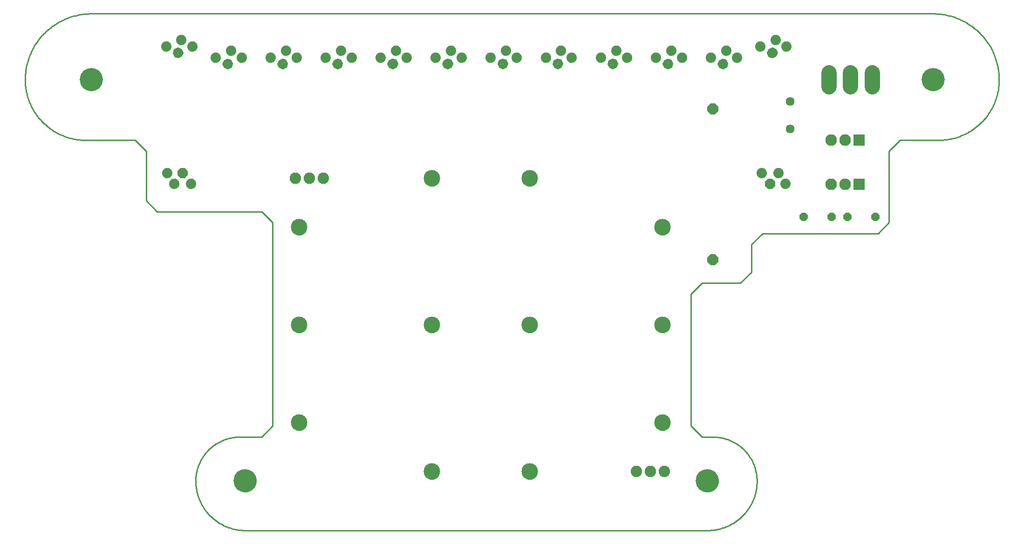
<source format=gbs>
G75*
%MOIN*%
%OFA0B0*%
%FSLAX25Y25*%
%IPPOS*%
%LPD*%
%AMOC8*
5,1,8,0,0,1.08239X$1,22.5*
%
%ADD10C,0.00000*%
%ADD11C,0.16548*%
%ADD12C,0.01000*%
%ADD13C,0.11824*%
%ADD14C,0.07400*%
%ADD15C,0.01480*%
%ADD16R,0.08320X0.08320*%
%ADD17C,0.08320*%
%ADD18OC8,0.07400*%
%ADD19C,0.10839*%
%ADD20OC8,0.06000*%
%ADD21OC8,0.07850*%
%ADD22C,0.06343*%
%ADD23C,0.08200*%
D10*
X0151106Y0036933D02*
X0151108Y0037126D01*
X0151115Y0037319D01*
X0151127Y0037512D01*
X0151144Y0037705D01*
X0151165Y0037897D01*
X0151191Y0038088D01*
X0151222Y0038279D01*
X0151257Y0038469D01*
X0151297Y0038658D01*
X0151342Y0038846D01*
X0151391Y0039033D01*
X0151445Y0039219D01*
X0151503Y0039403D01*
X0151566Y0039586D01*
X0151634Y0039767D01*
X0151705Y0039946D01*
X0151782Y0040124D01*
X0151862Y0040300D01*
X0151947Y0040473D01*
X0152036Y0040645D01*
X0152129Y0040814D01*
X0152226Y0040981D01*
X0152328Y0041146D01*
X0152433Y0041308D01*
X0152542Y0041467D01*
X0152656Y0041624D01*
X0152773Y0041777D01*
X0152893Y0041928D01*
X0153018Y0042076D01*
X0153146Y0042221D01*
X0153277Y0042362D01*
X0153412Y0042501D01*
X0153551Y0042636D01*
X0153692Y0042767D01*
X0153837Y0042895D01*
X0153985Y0043020D01*
X0154136Y0043140D01*
X0154289Y0043257D01*
X0154446Y0043371D01*
X0154605Y0043480D01*
X0154767Y0043585D01*
X0154932Y0043687D01*
X0155099Y0043784D01*
X0155268Y0043877D01*
X0155440Y0043966D01*
X0155613Y0044051D01*
X0155789Y0044131D01*
X0155967Y0044208D01*
X0156146Y0044279D01*
X0156327Y0044347D01*
X0156510Y0044410D01*
X0156694Y0044468D01*
X0156880Y0044522D01*
X0157067Y0044571D01*
X0157255Y0044616D01*
X0157444Y0044656D01*
X0157634Y0044691D01*
X0157825Y0044722D01*
X0158016Y0044748D01*
X0158208Y0044769D01*
X0158401Y0044786D01*
X0158594Y0044798D01*
X0158787Y0044805D01*
X0158980Y0044807D01*
X0159173Y0044805D01*
X0159366Y0044798D01*
X0159559Y0044786D01*
X0159752Y0044769D01*
X0159944Y0044748D01*
X0160135Y0044722D01*
X0160326Y0044691D01*
X0160516Y0044656D01*
X0160705Y0044616D01*
X0160893Y0044571D01*
X0161080Y0044522D01*
X0161266Y0044468D01*
X0161450Y0044410D01*
X0161633Y0044347D01*
X0161814Y0044279D01*
X0161993Y0044208D01*
X0162171Y0044131D01*
X0162347Y0044051D01*
X0162520Y0043966D01*
X0162692Y0043877D01*
X0162861Y0043784D01*
X0163028Y0043687D01*
X0163193Y0043585D01*
X0163355Y0043480D01*
X0163514Y0043371D01*
X0163671Y0043257D01*
X0163824Y0043140D01*
X0163975Y0043020D01*
X0164123Y0042895D01*
X0164268Y0042767D01*
X0164409Y0042636D01*
X0164548Y0042501D01*
X0164683Y0042362D01*
X0164814Y0042221D01*
X0164942Y0042076D01*
X0165067Y0041928D01*
X0165187Y0041777D01*
X0165304Y0041624D01*
X0165418Y0041467D01*
X0165527Y0041308D01*
X0165632Y0041146D01*
X0165734Y0040981D01*
X0165831Y0040814D01*
X0165924Y0040645D01*
X0166013Y0040473D01*
X0166098Y0040300D01*
X0166178Y0040124D01*
X0166255Y0039946D01*
X0166326Y0039767D01*
X0166394Y0039586D01*
X0166457Y0039403D01*
X0166515Y0039219D01*
X0166569Y0039033D01*
X0166618Y0038846D01*
X0166663Y0038658D01*
X0166703Y0038469D01*
X0166738Y0038279D01*
X0166769Y0038088D01*
X0166795Y0037897D01*
X0166816Y0037705D01*
X0166833Y0037512D01*
X0166845Y0037319D01*
X0166852Y0037126D01*
X0166854Y0036933D01*
X0166852Y0036740D01*
X0166845Y0036547D01*
X0166833Y0036354D01*
X0166816Y0036161D01*
X0166795Y0035969D01*
X0166769Y0035778D01*
X0166738Y0035587D01*
X0166703Y0035397D01*
X0166663Y0035208D01*
X0166618Y0035020D01*
X0166569Y0034833D01*
X0166515Y0034647D01*
X0166457Y0034463D01*
X0166394Y0034280D01*
X0166326Y0034099D01*
X0166255Y0033920D01*
X0166178Y0033742D01*
X0166098Y0033566D01*
X0166013Y0033393D01*
X0165924Y0033221D01*
X0165831Y0033052D01*
X0165734Y0032885D01*
X0165632Y0032720D01*
X0165527Y0032558D01*
X0165418Y0032399D01*
X0165304Y0032242D01*
X0165187Y0032089D01*
X0165067Y0031938D01*
X0164942Y0031790D01*
X0164814Y0031645D01*
X0164683Y0031504D01*
X0164548Y0031365D01*
X0164409Y0031230D01*
X0164268Y0031099D01*
X0164123Y0030971D01*
X0163975Y0030846D01*
X0163824Y0030726D01*
X0163671Y0030609D01*
X0163514Y0030495D01*
X0163355Y0030386D01*
X0163193Y0030281D01*
X0163028Y0030179D01*
X0162861Y0030082D01*
X0162692Y0029989D01*
X0162520Y0029900D01*
X0162347Y0029815D01*
X0162171Y0029735D01*
X0161993Y0029658D01*
X0161814Y0029587D01*
X0161633Y0029519D01*
X0161450Y0029456D01*
X0161266Y0029398D01*
X0161080Y0029344D01*
X0160893Y0029295D01*
X0160705Y0029250D01*
X0160516Y0029210D01*
X0160326Y0029175D01*
X0160135Y0029144D01*
X0159944Y0029118D01*
X0159752Y0029097D01*
X0159559Y0029080D01*
X0159366Y0029068D01*
X0159173Y0029061D01*
X0158980Y0029059D01*
X0158787Y0029061D01*
X0158594Y0029068D01*
X0158401Y0029080D01*
X0158208Y0029097D01*
X0158016Y0029118D01*
X0157825Y0029144D01*
X0157634Y0029175D01*
X0157444Y0029210D01*
X0157255Y0029250D01*
X0157067Y0029295D01*
X0156880Y0029344D01*
X0156694Y0029398D01*
X0156510Y0029456D01*
X0156327Y0029519D01*
X0156146Y0029587D01*
X0155967Y0029658D01*
X0155789Y0029735D01*
X0155613Y0029815D01*
X0155440Y0029900D01*
X0155268Y0029989D01*
X0155099Y0030082D01*
X0154932Y0030179D01*
X0154767Y0030281D01*
X0154605Y0030386D01*
X0154446Y0030495D01*
X0154289Y0030609D01*
X0154136Y0030726D01*
X0153985Y0030846D01*
X0153837Y0030971D01*
X0153692Y0031099D01*
X0153551Y0031230D01*
X0153412Y0031365D01*
X0153277Y0031504D01*
X0153146Y0031645D01*
X0153018Y0031790D01*
X0152893Y0031938D01*
X0152773Y0032089D01*
X0152656Y0032242D01*
X0152542Y0032399D01*
X0152433Y0032558D01*
X0152328Y0032720D01*
X0152226Y0032885D01*
X0152129Y0033052D01*
X0152036Y0033221D01*
X0151947Y0033393D01*
X0151862Y0033566D01*
X0151782Y0033742D01*
X0151705Y0033920D01*
X0151634Y0034099D01*
X0151566Y0034280D01*
X0151503Y0034463D01*
X0151445Y0034647D01*
X0151391Y0034833D01*
X0151342Y0035020D01*
X0151297Y0035208D01*
X0151257Y0035397D01*
X0151222Y0035587D01*
X0151191Y0035778D01*
X0151165Y0035969D01*
X0151144Y0036161D01*
X0151127Y0036354D01*
X0151115Y0036547D01*
X0151108Y0036740D01*
X0151106Y0036933D01*
X0191972Y0078587D02*
X0191974Y0078735D01*
X0191980Y0078883D01*
X0191990Y0079031D01*
X0192004Y0079178D01*
X0192022Y0079325D01*
X0192043Y0079471D01*
X0192069Y0079617D01*
X0192099Y0079762D01*
X0192132Y0079906D01*
X0192170Y0080049D01*
X0192211Y0080191D01*
X0192256Y0080332D01*
X0192304Y0080472D01*
X0192357Y0080611D01*
X0192413Y0080748D01*
X0192473Y0080883D01*
X0192536Y0081017D01*
X0192603Y0081149D01*
X0192674Y0081279D01*
X0192748Y0081407D01*
X0192825Y0081533D01*
X0192906Y0081657D01*
X0192990Y0081779D01*
X0193077Y0081898D01*
X0193168Y0082015D01*
X0193262Y0082130D01*
X0193358Y0082242D01*
X0193458Y0082352D01*
X0193560Y0082458D01*
X0193666Y0082562D01*
X0193774Y0082663D01*
X0193885Y0082761D01*
X0193998Y0082857D01*
X0194114Y0082949D01*
X0194232Y0083038D01*
X0194353Y0083123D01*
X0194476Y0083206D01*
X0194601Y0083285D01*
X0194728Y0083361D01*
X0194857Y0083433D01*
X0194988Y0083502D01*
X0195121Y0083567D01*
X0195256Y0083628D01*
X0195392Y0083686D01*
X0195529Y0083741D01*
X0195668Y0083791D01*
X0195809Y0083838D01*
X0195950Y0083881D01*
X0196093Y0083921D01*
X0196237Y0083956D01*
X0196381Y0083988D01*
X0196527Y0084015D01*
X0196673Y0084039D01*
X0196820Y0084059D01*
X0196967Y0084075D01*
X0197114Y0084087D01*
X0197262Y0084095D01*
X0197410Y0084099D01*
X0197558Y0084099D01*
X0197706Y0084095D01*
X0197854Y0084087D01*
X0198001Y0084075D01*
X0198148Y0084059D01*
X0198295Y0084039D01*
X0198441Y0084015D01*
X0198587Y0083988D01*
X0198731Y0083956D01*
X0198875Y0083921D01*
X0199018Y0083881D01*
X0199159Y0083838D01*
X0199300Y0083791D01*
X0199439Y0083741D01*
X0199576Y0083686D01*
X0199712Y0083628D01*
X0199847Y0083567D01*
X0199980Y0083502D01*
X0200111Y0083433D01*
X0200240Y0083361D01*
X0200367Y0083285D01*
X0200492Y0083206D01*
X0200615Y0083123D01*
X0200736Y0083038D01*
X0200854Y0082949D01*
X0200970Y0082857D01*
X0201083Y0082761D01*
X0201194Y0082663D01*
X0201302Y0082562D01*
X0201408Y0082458D01*
X0201510Y0082352D01*
X0201610Y0082242D01*
X0201706Y0082130D01*
X0201800Y0082015D01*
X0201891Y0081898D01*
X0201978Y0081779D01*
X0202062Y0081657D01*
X0202143Y0081533D01*
X0202220Y0081407D01*
X0202294Y0081279D01*
X0202365Y0081149D01*
X0202432Y0081017D01*
X0202495Y0080883D01*
X0202555Y0080748D01*
X0202611Y0080611D01*
X0202664Y0080472D01*
X0202712Y0080332D01*
X0202757Y0080191D01*
X0202798Y0080049D01*
X0202836Y0079906D01*
X0202869Y0079762D01*
X0202899Y0079617D01*
X0202925Y0079471D01*
X0202946Y0079325D01*
X0202964Y0079178D01*
X0202978Y0079031D01*
X0202988Y0078883D01*
X0202994Y0078735D01*
X0202996Y0078587D01*
X0202994Y0078439D01*
X0202988Y0078291D01*
X0202978Y0078143D01*
X0202964Y0077996D01*
X0202946Y0077849D01*
X0202925Y0077703D01*
X0202899Y0077557D01*
X0202869Y0077412D01*
X0202836Y0077268D01*
X0202798Y0077125D01*
X0202757Y0076983D01*
X0202712Y0076842D01*
X0202664Y0076702D01*
X0202611Y0076563D01*
X0202555Y0076426D01*
X0202495Y0076291D01*
X0202432Y0076157D01*
X0202365Y0076025D01*
X0202294Y0075895D01*
X0202220Y0075767D01*
X0202143Y0075641D01*
X0202062Y0075517D01*
X0201978Y0075395D01*
X0201891Y0075276D01*
X0201800Y0075159D01*
X0201706Y0075044D01*
X0201610Y0074932D01*
X0201510Y0074822D01*
X0201408Y0074716D01*
X0201302Y0074612D01*
X0201194Y0074511D01*
X0201083Y0074413D01*
X0200970Y0074317D01*
X0200854Y0074225D01*
X0200736Y0074136D01*
X0200615Y0074051D01*
X0200492Y0073968D01*
X0200367Y0073889D01*
X0200240Y0073813D01*
X0200111Y0073741D01*
X0199980Y0073672D01*
X0199847Y0073607D01*
X0199712Y0073546D01*
X0199576Y0073488D01*
X0199439Y0073433D01*
X0199300Y0073383D01*
X0199159Y0073336D01*
X0199018Y0073293D01*
X0198875Y0073253D01*
X0198731Y0073218D01*
X0198587Y0073186D01*
X0198441Y0073159D01*
X0198295Y0073135D01*
X0198148Y0073115D01*
X0198001Y0073099D01*
X0197854Y0073087D01*
X0197706Y0073079D01*
X0197558Y0073075D01*
X0197410Y0073075D01*
X0197262Y0073079D01*
X0197114Y0073087D01*
X0196967Y0073099D01*
X0196820Y0073115D01*
X0196673Y0073135D01*
X0196527Y0073159D01*
X0196381Y0073186D01*
X0196237Y0073218D01*
X0196093Y0073253D01*
X0195950Y0073293D01*
X0195809Y0073336D01*
X0195668Y0073383D01*
X0195529Y0073433D01*
X0195392Y0073488D01*
X0195256Y0073546D01*
X0195121Y0073607D01*
X0194988Y0073672D01*
X0194857Y0073741D01*
X0194728Y0073813D01*
X0194601Y0073889D01*
X0194476Y0073968D01*
X0194353Y0074051D01*
X0194232Y0074136D01*
X0194114Y0074225D01*
X0193998Y0074317D01*
X0193885Y0074413D01*
X0193774Y0074511D01*
X0193666Y0074612D01*
X0193560Y0074716D01*
X0193458Y0074822D01*
X0193358Y0074932D01*
X0193262Y0075044D01*
X0193168Y0075159D01*
X0193077Y0075276D01*
X0192990Y0075395D01*
X0192906Y0075517D01*
X0192825Y0075641D01*
X0192748Y0075767D01*
X0192674Y0075895D01*
X0192603Y0076025D01*
X0192536Y0076157D01*
X0192473Y0076291D01*
X0192413Y0076426D01*
X0192357Y0076563D01*
X0192304Y0076702D01*
X0192256Y0076842D01*
X0192211Y0076983D01*
X0192170Y0077125D01*
X0192132Y0077268D01*
X0192099Y0077412D01*
X0192069Y0077557D01*
X0192043Y0077703D01*
X0192022Y0077849D01*
X0192004Y0077996D01*
X0191990Y0078143D01*
X0191980Y0078291D01*
X0191974Y0078439D01*
X0191972Y0078587D01*
X0286972Y0043587D02*
X0286974Y0043735D01*
X0286980Y0043883D01*
X0286990Y0044031D01*
X0287004Y0044178D01*
X0287022Y0044325D01*
X0287043Y0044471D01*
X0287069Y0044617D01*
X0287099Y0044762D01*
X0287132Y0044906D01*
X0287170Y0045049D01*
X0287211Y0045191D01*
X0287256Y0045332D01*
X0287304Y0045472D01*
X0287357Y0045611D01*
X0287413Y0045748D01*
X0287473Y0045883D01*
X0287536Y0046017D01*
X0287603Y0046149D01*
X0287674Y0046279D01*
X0287748Y0046407D01*
X0287825Y0046533D01*
X0287906Y0046657D01*
X0287990Y0046779D01*
X0288077Y0046898D01*
X0288168Y0047015D01*
X0288262Y0047130D01*
X0288358Y0047242D01*
X0288458Y0047352D01*
X0288560Y0047458D01*
X0288666Y0047562D01*
X0288774Y0047663D01*
X0288885Y0047761D01*
X0288998Y0047857D01*
X0289114Y0047949D01*
X0289232Y0048038D01*
X0289353Y0048123D01*
X0289476Y0048206D01*
X0289601Y0048285D01*
X0289728Y0048361D01*
X0289857Y0048433D01*
X0289988Y0048502D01*
X0290121Y0048567D01*
X0290256Y0048628D01*
X0290392Y0048686D01*
X0290529Y0048741D01*
X0290668Y0048791D01*
X0290809Y0048838D01*
X0290950Y0048881D01*
X0291093Y0048921D01*
X0291237Y0048956D01*
X0291381Y0048988D01*
X0291527Y0049015D01*
X0291673Y0049039D01*
X0291820Y0049059D01*
X0291967Y0049075D01*
X0292114Y0049087D01*
X0292262Y0049095D01*
X0292410Y0049099D01*
X0292558Y0049099D01*
X0292706Y0049095D01*
X0292854Y0049087D01*
X0293001Y0049075D01*
X0293148Y0049059D01*
X0293295Y0049039D01*
X0293441Y0049015D01*
X0293587Y0048988D01*
X0293731Y0048956D01*
X0293875Y0048921D01*
X0294018Y0048881D01*
X0294159Y0048838D01*
X0294300Y0048791D01*
X0294439Y0048741D01*
X0294576Y0048686D01*
X0294712Y0048628D01*
X0294847Y0048567D01*
X0294980Y0048502D01*
X0295111Y0048433D01*
X0295240Y0048361D01*
X0295367Y0048285D01*
X0295492Y0048206D01*
X0295615Y0048123D01*
X0295736Y0048038D01*
X0295854Y0047949D01*
X0295970Y0047857D01*
X0296083Y0047761D01*
X0296194Y0047663D01*
X0296302Y0047562D01*
X0296408Y0047458D01*
X0296510Y0047352D01*
X0296610Y0047242D01*
X0296706Y0047130D01*
X0296800Y0047015D01*
X0296891Y0046898D01*
X0296978Y0046779D01*
X0297062Y0046657D01*
X0297143Y0046533D01*
X0297220Y0046407D01*
X0297294Y0046279D01*
X0297365Y0046149D01*
X0297432Y0046017D01*
X0297495Y0045883D01*
X0297555Y0045748D01*
X0297611Y0045611D01*
X0297664Y0045472D01*
X0297712Y0045332D01*
X0297757Y0045191D01*
X0297798Y0045049D01*
X0297836Y0044906D01*
X0297869Y0044762D01*
X0297899Y0044617D01*
X0297925Y0044471D01*
X0297946Y0044325D01*
X0297964Y0044178D01*
X0297978Y0044031D01*
X0297988Y0043883D01*
X0297994Y0043735D01*
X0297996Y0043587D01*
X0297994Y0043439D01*
X0297988Y0043291D01*
X0297978Y0043143D01*
X0297964Y0042996D01*
X0297946Y0042849D01*
X0297925Y0042703D01*
X0297899Y0042557D01*
X0297869Y0042412D01*
X0297836Y0042268D01*
X0297798Y0042125D01*
X0297757Y0041983D01*
X0297712Y0041842D01*
X0297664Y0041702D01*
X0297611Y0041563D01*
X0297555Y0041426D01*
X0297495Y0041291D01*
X0297432Y0041157D01*
X0297365Y0041025D01*
X0297294Y0040895D01*
X0297220Y0040767D01*
X0297143Y0040641D01*
X0297062Y0040517D01*
X0296978Y0040395D01*
X0296891Y0040276D01*
X0296800Y0040159D01*
X0296706Y0040044D01*
X0296610Y0039932D01*
X0296510Y0039822D01*
X0296408Y0039716D01*
X0296302Y0039612D01*
X0296194Y0039511D01*
X0296083Y0039413D01*
X0295970Y0039317D01*
X0295854Y0039225D01*
X0295736Y0039136D01*
X0295615Y0039051D01*
X0295492Y0038968D01*
X0295367Y0038889D01*
X0295240Y0038813D01*
X0295111Y0038741D01*
X0294980Y0038672D01*
X0294847Y0038607D01*
X0294712Y0038546D01*
X0294576Y0038488D01*
X0294439Y0038433D01*
X0294300Y0038383D01*
X0294159Y0038336D01*
X0294018Y0038293D01*
X0293875Y0038253D01*
X0293731Y0038218D01*
X0293587Y0038186D01*
X0293441Y0038159D01*
X0293295Y0038135D01*
X0293148Y0038115D01*
X0293001Y0038099D01*
X0292854Y0038087D01*
X0292706Y0038079D01*
X0292558Y0038075D01*
X0292410Y0038075D01*
X0292262Y0038079D01*
X0292114Y0038087D01*
X0291967Y0038099D01*
X0291820Y0038115D01*
X0291673Y0038135D01*
X0291527Y0038159D01*
X0291381Y0038186D01*
X0291237Y0038218D01*
X0291093Y0038253D01*
X0290950Y0038293D01*
X0290809Y0038336D01*
X0290668Y0038383D01*
X0290529Y0038433D01*
X0290392Y0038488D01*
X0290256Y0038546D01*
X0290121Y0038607D01*
X0289988Y0038672D01*
X0289857Y0038741D01*
X0289728Y0038813D01*
X0289601Y0038889D01*
X0289476Y0038968D01*
X0289353Y0039051D01*
X0289232Y0039136D01*
X0289114Y0039225D01*
X0288998Y0039317D01*
X0288885Y0039413D01*
X0288774Y0039511D01*
X0288666Y0039612D01*
X0288560Y0039716D01*
X0288458Y0039822D01*
X0288358Y0039932D01*
X0288262Y0040044D01*
X0288168Y0040159D01*
X0288077Y0040276D01*
X0287990Y0040395D01*
X0287906Y0040517D01*
X0287825Y0040641D01*
X0287748Y0040767D01*
X0287674Y0040895D01*
X0287603Y0041025D01*
X0287536Y0041157D01*
X0287473Y0041291D01*
X0287413Y0041426D01*
X0287357Y0041563D01*
X0287304Y0041702D01*
X0287256Y0041842D01*
X0287211Y0041983D01*
X0287170Y0042125D01*
X0287132Y0042268D01*
X0287099Y0042412D01*
X0287069Y0042557D01*
X0287043Y0042703D01*
X0287022Y0042849D01*
X0287004Y0042996D01*
X0286990Y0043143D01*
X0286980Y0043291D01*
X0286974Y0043439D01*
X0286972Y0043587D01*
X0356972Y0043587D02*
X0356974Y0043735D01*
X0356980Y0043883D01*
X0356990Y0044031D01*
X0357004Y0044178D01*
X0357022Y0044325D01*
X0357043Y0044471D01*
X0357069Y0044617D01*
X0357099Y0044762D01*
X0357132Y0044906D01*
X0357170Y0045049D01*
X0357211Y0045191D01*
X0357256Y0045332D01*
X0357304Y0045472D01*
X0357357Y0045611D01*
X0357413Y0045748D01*
X0357473Y0045883D01*
X0357536Y0046017D01*
X0357603Y0046149D01*
X0357674Y0046279D01*
X0357748Y0046407D01*
X0357825Y0046533D01*
X0357906Y0046657D01*
X0357990Y0046779D01*
X0358077Y0046898D01*
X0358168Y0047015D01*
X0358262Y0047130D01*
X0358358Y0047242D01*
X0358458Y0047352D01*
X0358560Y0047458D01*
X0358666Y0047562D01*
X0358774Y0047663D01*
X0358885Y0047761D01*
X0358998Y0047857D01*
X0359114Y0047949D01*
X0359232Y0048038D01*
X0359353Y0048123D01*
X0359476Y0048206D01*
X0359601Y0048285D01*
X0359728Y0048361D01*
X0359857Y0048433D01*
X0359988Y0048502D01*
X0360121Y0048567D01*
X0360256Y0048628D01*
X0360392Y0048686D01*
X0360529Y0048741D01*
X0360668Y0048791D01*
X0360809Y0048838D01*
X0360950Y0048881D01*
X0361093Y0048921D01*
X0361237Y0048956D01*
X0361381Y0048988D01*
X0361527Y0049015D01*
X0361673Y0049039D01*
X0361820Y0049059D01*
X0361967Y0049075D01*
X0362114Y0049087D01*
X0362262Y0049095D01*
X0362410Y0049099D01*
X0362558Y0049099D01*
X0362706Y0049095D01*
X0362854Y0049087D01*
X0363001Y0049075D01*
X0363148Y0049059D01*
X0363295Y0049039D01*
X0363441Y0049015D01*
X0363587Y0048988D01*
X0363731Y0048956D01*
X0363875Y0048921D01*
X0364018Y0048881D01*
X0364159Y0048838D01*
X0364300Y0048791D01*
X0364439Y0048741D01*
X0364576Y0048686D01*
X0364712Y0048628D01*
X0364847Y0048567D01*
X0364980Y0048502D01*
X0365111Y0048433D01*
X0365240Y0048361D01*
X0365367Y0048285D01*
X0365492Y0048206D01*
X0365615Y0048123D01*
X0365736Y0048038D01*
X0365854Y0047949D01*
X0365970Y0047857D01*
X0366083Y0047761D01*
X0366194Y0047663D01*
X0366302Y0047562D01*
X0366408Y0047458D01*
X0366510Y0047352D01*
X0366610Y0047242D01*
X0366706Y0047130D01*
X0366800Y0047015D01*
X0366891Y0046898D01*
X0366978Y0046779D01*
X0367062Y0046657D01*
X0367143Y0046533D01*
X0367220Y0046407D01*
X0367294Y0046279D01*
X0367365Y0046149D01*
X0367432Y0046017D01*
X0367495Y0045883D01*
X0367555Y0045748D01*
X0367611Y0045611D01*
X0367664Y0045472D01*
X0367712Y0045332D01*
X0367757Y0045191D01*
X0367798Y0045049D01*
X0367836Y0044906D01*
X0367869Y0044762D01*
X0367899Y0044617D01*
X0367925Y0044471D01*
X0367946Y0044325D01*
X0367964Y0044178D01*
X0367978Y0044031D01*
X0367988Y0043883D01*
X0367994Y0043735D01*
X0367996Y0043587D01*
X0367994Y0043439D01*
X0367988Y0043291D01*
X0367978Y0043143D01*
X0367964Y0042996D01*
X0367946Y0042849D01*
X0367925Y0042703D01*
X0367899Y0042557D01*
X0367869Y0042412D01*
X0367836Y0042268D01*
X0367798Y0042125D01*
X0367757Y0041983D01*
X0367712Y0041842D01*
X0367664Y0041702D01*
X0367611Y0041563D01*
X0367555Y0041426D01*
X0367495Y0041291D01*
X0367432Y0041157D01*
X0367365Y0041025D01*
X0367294Y0040895D01*
X0367220Y0040767D01*
X0367143Y0040641D01*
X0367062Y0040517D01*
X0366978Y0040395D01*
X0366891Y0040276D01*
X0366800Y0040159D01*
X0366706Y0040044D01*
X0366610Y0039932D01*
X0366510Y0039822D01*
X0366408Y0039716D01*
X0366302Y0039612D01*
X0366194Y0039511D01*
X0366083Y0039413D01*
X0365970Y0039317D01*
X0365854Y0039225D01*
X0365736Y0039136D01*
X0365615Y0039051D01*
X0365492Y0038968D01*
X0365367Y0038889D01*
X0365240Y0038813D01*
X0365111Y0038741D01*
X0364980Y0038672D01*
X0364847Y0038607D01*
X0364712Y0038546D01*
X0364576Y0038488D01*
X0364439Y0038433D01*
X0364300Y0038383D01*
X0364159Y0038336D01*
X0364018Y0038293D01*
X0363875Y0038253D01*
X0363731Y0038218D01*
X0363587Y0038186D01*
X0363441Y0038159D01*
X0363295Y0038135D01*
X0363148Y0038115D01*
X0363001Y0038099D01*
X0362854Y0038087D01*
X0362706Y0038079D01*
X0362558Y0038075D01*
X0362410Y0038075D01*
X0362262Y0038079D01*
X0362114Y0038087D01*
X0361967Y0038099D01*
X0361820Y0038115D01*
X0361673Y0038135D01*
X0361527Y0038159D01*
X0361381Y0038186D01*
X0361237Y0038218D01*
X0361093Y0038253D01*
X0360950Y0038293D01*
X0360809Y0038336D01*
X0360668Y0038383D01*
X0360529Y0038433D01*
X0360392Y0038488D01*
X0360256Y0038546D01*
X0360121Y0038607D01*
X0359988Y0038672D01*
X0359857Y0038741D01*
X0359728Y0038813D01*
X0359601Y0038889D01*
X0359476Y0038968D01*
X0359353Y0039051D01*
X0359232Y0039136D01*
X0359114Y0039225D01*
X0358998Y0039317D01*
X0358885Y0039413D01*
X0358774Y0039511D01*
X0358666Y0039612D01*
X0358560Y0039716D01*
X0358458Y0039822D01*
X0358358Y0039932D01*
X0358262Y0040044D01*
X0358168Y0040159D01*
X0358077Y0040276D01*
X0357990Y0040395D01*
X0357906Y0040517D01*
X0357825Y0040641D01*
X0357748Y0040767D01*
X0357674Y0040895D01*
X0357603Y0041025D01*
X0357536Y0041157D01*
X0357473Y0041291D01*
X0357413Y0041426D01*
X0357357Y0041563D01*
X0357304Y0041702D01*
X0357256Y0041842D01*
X0357211Y0041983D01*
X0357170Y0042125D01*
X0357132Y0042268D01*
X0357099Y0042412D01*
X0357069Y0042557D01*
X0357043Y0042703D01*
X0357022Y0042849D01*
X0357004Y0042996D01*
X0356990Y0043143D01*
X0356980Y0043291D01*
X0356974Y0043439D01*
X0356972Y0043587D01*
X0451972Y0078587D02*
X0451974Y0078735D01*
X0451980Y0078883D01*
X0451990Y0079031D01*
X0452004Y0079178D01*
X0452022Y0079325D01*
X0452043Y0079471D01*
X0452069Y0079617D01*
X0452099Y0079762D01*
X0452132Y0079906D01*
X0452170Y0080049D01*
X0452211Y0080191D01*
X0452256Y0080332D01*
X0452304Y0080472D01*
X0452357Y0080611D01*
X0452413Y0080748D01*
X0452473Y0080883D01*
X0452536Y0081017D01*
X0452603Y0081149D01*
X0452674Y0081279D01*
X0452748Y0081407D01*
X0452825Y0081533D01*
X0452906Y0081657D01*
X0452990Y0081779D01*
X0453077Y0081898D01*
X0453168Y0082015D01*
X0453262Y0082130D01*
X0453358Y0082242D01*
X0453458Y0082352D01*
X0453560Y0082458D01*
X0453666Y0082562D01*
X0453774Y0082663D01*
X0453885Y0082761D01*
X0453998Y0082857D01*
X0454114Y0082949D01*
X0454232Y0083038D01*
X0454353Y0083123D01*
X0454476Y0083206D01*
X0454601Y0083285D01*
X0454728Y0083361D01*
X0454857Y0083433D01*
X0454988Y0083502D01*
X0455121Y0083567D01*
X0455256Y0083628D01*
X0455392Y0083686D01*
X0455529Y0083741D01*
X0455668Y0083791D01*
X0455809Y0083838D01*
X0455950Y0083881D01*
X0456093Y0083921D01*
X0456237Y0083956D01*
X0456381Y0083988D01*
X0456527Y0084015D01*
X0456673Y0084039D01*
X0456820Y0084059D01*
X0456967Y0084075D01*
X0457114Y0084087D01*
X0457262Y0084095D01*
X0457410Y0084099D01*
X0457558Y0084099D01*
X0457706Y0084095D01*
X0457854Y0084087D01*
X0458001Y0084075D01*
X0458148Y0084059D01*
X0458295Y0084039D01*
X0458441Y0084015D01*
X0458587Y0083988D01*
X0458731Y0083956D01*
X0458875Y0083921D01*
X0459018Y0083881D01*
X0459159Y0083838D01*
X0459300Y0083791D01*
X0459439Y0083741D01*
X0459576Y0083686D01*
X0459712Y0083628D01*
X0459847Y0083567D01*
X0459980Y0083502D01*
X0460111Y0083433D01*
X0460240Y0083361D01*
X0460367Y0083285D01*
X0460492Y0083206D01*
X0460615Y0083123D01*
X0460736Y0083038D01*
X0460854Y0082949D01*
X0460970Y0082857D01*
X0461083Y0082761D01*
X0461194Y0082663D01*
X0461302Y0082562D01*
X0461408Y0082458D01*
X0461510Y0082352D01*
X0461610Y0082242D01*
X0461706Y0082130D01*
X0461800Y0082015D01*
X0461891Y0081898D01*
X0461978Y0081779D01*
X0462062Y0081657D01*
X0462143Y0081533D01*
X0462220Y0081407D01*
X0462294Y0081279D01*
X0462365Y0081149D01*
X0462432Y0081017D01*
X0462495Y0080883D01*
X0462555Y0080748D01*
X0462611Y0080611D01*
X0462664Y0080472D01*
X0462712Y0080332D01*
X0462757Y0080191D01*
X0462798Y0080049D01*
X0462836Y0079906D01*
X0462869Y0079762D01*
X0462899Y0079617D01*
X0462925Y0079471D01*
X0462946Y0079325D01*
X0462964Y0079178D01*
X0462978Y0079031D01*
X0462988Y0078883D01*
X0462994Y0078735D01*
X0462996Y0078587D01*
X0462994Y0078439D01*
X0462988Y0078291D01*
X0462978Y0078143D01*
X0462964Y0077996D01*
X0462946Y0077849D01*
X0462925Y0077703D01*
X0462899Y0077557D01*
X0462869Y0077412D01*
X0462836Y0077268D01*
X0462798Y0077125D01*
X0462757Y0076983D01*
X0462712Y0076842D01*
X0462664Y0076702D01*
X0462611Y0076563D01*
X0462555Y0076426D01*
X0462495Y0076291D01*
X0462432Y0076157D01*
X0462365Y0076025D01*
X0462294Y0075895D01*
X0462220Y0075767D01*
X0462143Y0075641D01*
X0462062Y0075517D01*
X0461978Y0075395D01*
X0461891Y0075276D01*
X0461800Y0075159D01*
X0461706Y0075044D01*
X0461610Y0074932D01*
X0461510Y0074822D01*
X0461408Y0074716D01*
X0461302Y0074612D01*
X0461194Y0074511D01*
X0461083Y0074413D01*
X0460970Y0074317D01*
X0460854Y0074225D01*
X0460736Y0074136D01*
X0460615Y0074051D01*
X0460492Y0073968D01*
X0460367Y0073889D01*
X0460240Y0073813D01*
X0460111Y0073741D01*
X0459980Y0073672D01*
X0459847Y0073607D01*
X0459712Y0073546D01*
X0459576Y0073488D01*
X0459439Y0073433D01*
X0459300Y0073383D01*
X0459159Y0073336D01*
X0459018Y0073293D01*
X0458875Y0073253D01*
X0458731Y0073218D01*
X0458587Y0073186D01*
X0458441Y0073159D01*
X0458295Y0073135D01*
X0458148Y0073115D01*
X0458001Y0073099D01*
X0457854Y0073087D01*
X0457706Y0073079D01*
X0457558Y0073075D01*
X0457410Y0073075D01*
X0457262Y0073079D01*
X0457114Y0073087D01*
X0456967Y0073099D01*
X0456820Y0073115D01*
X0456673Y0073135D01*
X0456527Y0073159D01*
X0456381Y0073186D01*
X0456237Y0073218D01*
X0456093Y0073253D01*
X0455950Y0073293D01*
X0455809Y0073336D01*
X0455668Y0073383D01*
X0455529Y0073433D01*
X0455392Y0073488D01*
X0455256Y0073546D01*
X0455121Y0073607D01*
X0454988Y0073672D01*
X0454857Y0073741D01*
X0454728Y0073813D01*
X0454601Y0073889D01*
X0454476Y0073968D01*
X0454353Y0074051D01*
X0454232Y0074136D01*
X0454114Y0074225D01*
X0453998Y0074317D01*
X0453885Y0074413D01*
X0453774Y0074511D01*
X0453666Y0074612D01*
X0453560Y0074716D01*
X0453458Y0074822D01*
X0453358Y0074932D01*
X0453262Y0075044D01*
X0453168Y0075159D01*
X0453077Y0075276D01*
X0452990Y0075395D01*
X0452906Y0075517D01*
X0452825Y0075641D01*
X0452748Y0075767D01*
X0452674Y0075895D01*
X0452603Y0076025D01*
X0452536Y0076157D01*
X0452473Y0076291D01*
X0452413Y0076426D01*
X0452357Y0076563D01*
X0452304Y0076702D01*
X0452256Y0076842D01*
X0452211Y0076983D01*
X0452170Y0077125D01*
X0452132Y0077268D01*
X0452099Y0077412D01*
X0452069Y0077557D01*
X0452043Y0077703D01*
X0452022Y0077849D01*
X0452004Y0077996D01*
X0451990Y0078143D01*
X0451980Y0078291D01*
X0451974Y0078439D01*
X0451972Y0078587D01*
X0481815Y0036933D02*
X0481817Y0037126D01*
X0481824Y0037319D01*
X0481836Y0037512D01*
X0481853Y0037705D01*
X0481874Y0037897D01*
X0481900Y0038088D01*
X0481931Y0038279D01*
X0481966Y0038469D01*
X0482006Y0038658D01*
X0482051Y0038846D01*
X0482100Y0039033D01*
X0482154Y0039219D01*
X0482212Y0039403D01*
X0482275Y0039586D01*
X0482343Y0039767D01*
X0482414Y0039946D01*
X0482491Y0040124D01*
X0482571Y0040300D01*
X0482656Y0040473D01*
X0482745Y0040645D01*
X0482838Y0040814D01*
X0482935Y0040981D01*
X0483037Y0041146D01*
X0483142Y0041308D01*
X0483251Y0041467D01*
X0483365Y0041624D01*
X0483482Y0041777D01*
X0483602Y0041928D01*
X0483727Y0042076D01*
X0483855Y0042221D01*
X0483986Y0042362D01*
X0484121Y0042501D01*
X0484260Y0042636D01*
X0484401Y0042767D01*
X0484546Y0042895D01*
X0484694Y0043020D01*
X0484845Y0043140D01*
X0484998Y0043257D01*
X0485155Y0043371D01*
X0485314Y0043480D01*
X0485476Y0043585D01*
X0485641Y0043687D01*
X0485808Y0043784D01*
X0485977Y0043877D01*
X0486149Y0043966D01*
X0486322Y0044051D01*
X0486498Y0044131D01*
X0486676Y0044208D01*
X0486855Y0044279D01*
X0487036Y0044347D01*
X0487219Y0044410D01*
X0487403Y0044468D01*
X0487589Y0044522D01*
X0487776Y0044571D01*
X0487964Y0044616D01*
X0488153Y0044656D01*
X0488343Y0044691D01*
X0488534Y0044722D01*
X0488725Y0044748D01*
X0488917Y0044769D01*
X0489110Y0044786D01*
X0489303Y0044798D01*
X0489496Y0044805D01*
X0489689Y0044807D01*
X0489882Y0044805D01*
X0490075Y0044798D01*
X0490268Y0044786D01*
X0490461Y0044769D01*
X0490653Y0044748D01*
X0490844Y0044722D01*
X0491035Y0044691D01*
X0491225Y0044656D01*
X0491414Y0044616D01*
X0491602Y0044571D01*
X0491789Y0044522D01*
X0491975Y0044468D01*
X0492159Y0044410D01*
X0492342Y0044347D01*
X0492523Y0044279D01*
X0492702Y0044208D01*
X0492880Y0044131D01*
X0493056Y0044051D01*
X0493229Y0043966D01*
X0493401Y0043877D01*
X0493570Y0043784D01*
X0493737Y0043687D01*
X0493902Y0043585D01*
X0494064Y0043480D01*
X0494223Y0043371D01*
X0494380Y0043257D01*
X0494533Y0043140D01*
X0494684Y0043020D01*
X0494832Y0042895D01*
X0494977Y0042767D01*
X0495118Y0042636D01*
X0495257Y0042501D01*
X0495392Y0042362D01*
X0495523Y0042221D01*
X0495651Y0042076D01*
X0495776Y0041928D01*
X0495896Y0041777D01*
X0496013Y0041624D01*
X0496127Y0041467D01*
X0496236Y0041308D01*
X0496341Y0041146D01*
X0496443Y0040981D01*
X0496540Y0040814D01*
X0496633Y0040645D01*
X0496722Y0040473D01*
X0496807Y0040300D01*
X0496887Y0040124D01*
X0496964Y0039946D01*
X0497035Y0039767D01*
X0497103Y0039586D01*
X0497166Y0039403D01*
X0497224Y0039219D01*
X0497278Y0039033D01*
X0497327Y0038846D01*
X0497372Y0038658D01*
X0497412Y0038469D01*
X0497447Y0038279D01*
X0497478Y0038088D01*
X0497504Y0037897D01*
X0497525Y0037705D01*
X0497542Y0037512D01*
X0497554Y0037319D01*
X0497561Y0037126D01*
X0497563Y0036933D01*
X0497561Y0036740D01*
X0497554Y0036547D01*
X0497542Y0036354D01*
X0497525Y0036161D01*
X0497504Y0035969D01*
X0497478Y0035778D01*
X0497447Y0035587D01*
X0497412Y0035397D01*
X0497372Y0035208D01*
X0497327Y0035020D01*
X0497278Y0034833D01*
X0497224Y0034647D01*
X0497166Y0034463D01*
X0497103Y0034280D01*
X0497035Y0034099D01*
X0496964Y0033920D01*
X0496887Y0033742D01*
X0496807Y0033566D01*
X0496722Y0033393D01*
X0496633Y0033221D01*
X0496540Y0033052D01*
X0496443Y0032885D01*
X0496341Y0032720D01*
X0496236Y0032558D01*
X0496127Y0032399D01*
X0496013Y0032242D01*
X0495896Y0032089D01*
X0495776Y0031938D01*
X0495651Y0031790D01*
X0495523Y0031645D01*
X0495392Y0031504D01*
X0495257Y0031365D01*
X0495118Y0031230D01*
X0494977Y0031099D01*
X0494832Y0030971D01*
X0494684Y0030846D01*
X0494533Y0030726D01*
X0494380Y0030609D01*
X0494223Y0030495D01*
X0494064Y0030386D01*
X0493902Y0030281D01*
X0493737Y0030179D01*
X0493570Y0030082D01*
X0493401Y0029989D01*
X0493229Y0029900D01*
X0493056Y0029815D01*
X0492880Y0029735D01*
X0492702Y0029658D01*
X0492523Y0029587D01*
X0492342Y0029519D01*
X0492159Y0029456D01*
X0491975Y0029398D01*
X0491789Y0029344D01*
X0491602Y0029295D01*
X0491414Y0029250D01*
X0491225Y0029210D01*
X0491035Y0029175D01*
X0490844Y0029144D01*
X0490653Y0029118D01*
X0490461Y0029097D01*
X0490268Y0029080D01*
X0490075Y0029068D01*
X0489882Y0029061D01*
X0489689Y0029059D01*
X0489496Y0029061D01*
X0489303Y0029068D01*
X0489110Y0029080D01*
X0488917Y0029097D01*
X0488725Y0029118D01*
X0488534Y0029144D01*
X0488343Y0029175D01*
X0488153Y0029210D01*
X0487964Y0029250D01*
X0487776Y0029295D01*
X0487589Y0029344D01*
X0487403Y0029398D01*
X0487219Y0029456D01*
X0487036Y0029519D01*
X0486855Y0029587D01*
X0486676Y0029658D01*
X0486498Y0029735D01*
X0486322Y0029815D01*
X0486149Y0029900D01*
X0485977Y0029989D01*
X0485808Y0030082D01*
X0485641Y0030179D01*
X0485476Y0030281D01*
X0485314Y0030386D01*
X0485155Y0030495D01*
X0484998Y0030609D01*
X0484845Y0030726D01*
X0484694Y0030846D01*
X0484546Y0030971D01*
X0484401Y0031099D01*
X0484260Y0031230D01*
X0484121Y0031365D01*
X0483986Y0031504D01*
X0483855Y0031645D01*
X0483727Y0031790D01*
X0483602Y0031938D01*
X0483482Y0032089D01*
X0483365Y0032242D01*
X0483251Y0032399D01*
X0483142Y0032558D01*
X0483037Y0032720D01*
X0482935Y0032885D01*
X0482838Y0033052D01*
X0482745Y0033221D01*
X0482656Y0033393D01*
X0482571Y0033566D01*
X0482491Y0033742D01*
X0482414Y0033920D01*
X0482343Y0034099D01*
X0482275Y0034280D01*
X0482212Y0034463D01*
X0482154Y0034647D01*
X0482100Y0034833D01*
X0482051Y0035020D01*
X0482006Y0035208D01*
X0481966Y0035397D01*
X0481931Y0035587D01*
X0481900Y0035778D01*
X0481874Y0035969D01*
X0481853Y0036161D01*
X0481836Y0036354D01*
X0481824Y0036547D01*
X0481817Y0036740D01*
X0481815Y0036933D01*
X0451972Y0148587D02*
X0451974Y0148735D01*
X0451980Y0148883D01*
X0451990Y0149031D01*
X0452004Y0149178D01*
X0452022Y0149325D01*
X0452043Y0149471D01*
X0452069Y0149617D01*
X0452099Y0149762D01*
X0452132Y0149906D01*
X0452170Y0150049D01*
X0452211Y0150191D01*
X0452256Y0150332D01*
X0452304Y0150472D01*
X0452357Y0150611D01*
X0452413Y0150748D01*
X0452473Y0150883D01*
X0452536Y0151017D01*
X0452603Y0151149D01*
X0452674Y0151279D01*
X0452748Y0151407D01*
X0452825Y0151533D01*
X0452906Y0151657D01*
X0452990Y0151779D01*
X0453077Y0151898D01*
X0453168Y0152015D01*
X0453262Y0152130D01*
X0453358Y0152242D01*
X0453458Y0152352D01*
X0453560Y0152458D01*
X0453666Y0152562D01*
X0453774Y0152663D01*
X0453885Y0152761D01*
X0453998Y0152857D01*
X0454114Y0152949D01*
X0454232Y0153038D01*
X0454353Y0153123D01*
X0454476Y0153206D01*
X0454601Y0153285D01*
X0454728Y0153361D01*
X0454857Y0153433D01*
X0454988Y0153502D01*
X0455121Y0153567D01*
X0455256Y0153628D01*
X0455392Y0153686D01*
X0455529Y0153741D01*
X0455668Y0153791D01*
X0455809Y0153838D01*
X0455950Y0153881D01*
X0456093Y0153921D01*
X0456237Y0153956D01*
X0456381Y0153988D01*
X0456527Y0154015D01*
X0456673Y0154039D01*
X0456820Y0154059D01*
X0456967Y0154075D01*
X0457114Y0154087D01*
X0457262Y0154095D01*
X0457410Y0154099D01*
X0457558Y0154099D01*
X0457706Y0154095D01*
X0457854Y0154087D01*
X0458001Y0154075D01*
X0458148Y0154059D01*
X0458295Y0154039D01*
X0458441Y0154015D01*
X0458587Y0153988D01*
X0458731Y0153956D01*
X0458875Y0153921D01*
X0459018Y0153881D01*
X0459159Y0153838D01*
X0459300Y0153791D01*
X0459439Y0153741D01*
X0459576Y0153686D01*
X0459712Y0153628D01*
X0459847Y0153567D01*
X0459980Y0153502D01*
X0460111Y0153433D01*
X0460240Y0153361D01*
X0460367Y0153285D01*
X0460492Y0153206D01*
X0460615Y0153123D01*
X0460736Y0153038D01*
X0460854Y0152949D01*
X0460970Y0152857D01*
X0461083Y0152761D01*
X0461194Y0152663D01*
X0461302Y0152562D01*
X0461408Y0152458D01*
X0461510Y0152352D01*
X0461610Y0152242D01*
X0461706Y0152130D01*
X0461800Y0152015D01*
X0461891Y0151898D01*
X0461978Y0151779D01*
X0462062Y0151657D01*
X0462143Y0151533D01*
X0462220Y0151407D01*
X0462294Y0151279D01*
X0462365Y0151149D01*
X0462432Y0151017D01*
X0462495Y0150883D01*
X0462555Y0150748D01*
X0462611Y0150611D01*
X0462664Y0150472D01*
X0462712Y0150332D01*
X0462757Y0150191D01*
X0462798Y0150049D01*
X0462836Y0149906D01*
X0462869Y0149762D01*
X0462899Y0149617D01*
X0462925Y0149471D01*
X0462946Y0149325D01*
X0462964Y0149178D01*
X0462978Y0149031D01*
X0462988Y0148883D01*
X0462994Y0148735D01*
X0462996Y0148587D01*
X0462994Y0148439D01*
X0462988Y0148291D01*
X0462978Y0148143D01*
X0462964Y0147996D01*
X0462946Y0147849D01*
X0462925Y0147703D01*
X0462899Y0147557D01*
X0462869Y0147412D01*
X0462836Y0147268D01*
X0462798Y0147125D01*
X0462757Y0146983D01*
X0462712Y0146842D01*
X0462664Y0146702D01*
X0462611Y0146563D01*
X0462555Y0146426D01*
X0462495Y0146291D01*
X0462432Y0146157D01*
X0462365Y0146025D01*
X0462294Y0145895D01*
X0462220Y0145767D01*
X0462143Y0145641D01*
X0462062Y0145517D01*
X0461978Y0145395D01*
X0461891Y0145276D01*
X0461800Y0145159D01*
X0461706Y0145044D01*
X0461610Y0144932D01*
X0461510Y0144822D01*
X0461408Y0144716D01*
X0461302Y0144612D01*
X0461194Y0144511D01*
X0461083Y0144413D01*
X0460970Y0144317D01*
X0460854Y0144225D01*
X0460736Y0144136D01*
X0460615Y0144051D01*
X0460492Y0143968D01*
X0460367Y0143889D01*
X0460240Y0143813D01*
X0460111Y0143741D01*
X0459980Y0143672D01*
X0459847Y0143607D01*
X0459712Y0143546D01*
X0459576Y0143488D01*
X0459439Y0143433D01*
X0459300Y0143383D01*
X0459159Y0143336D01*
X0459018Y0143293D01*
X0458875Y0143253D01*
X0458731Y0143218D01*
X0458587Y0143186D01*
X0458441Y0143159D01*
X0458295Y0143135D01*
X0458148Y0143115D01*
X0458001Y0143099D01*
X0457854Y0143087D01*
X0457706Y0143079D01*
X0457558Y0143075D01*
X0457410Y0143075D01*
X0457262Y0143079D01*
X0457114Y0143087D01*
X0456967Y0143099D01*
X0456820Y0143115D01*
X0456673Y0143135D01*
X0456527Y0143159D01*
X0456381Y0143186D01*
X0456237Y0143218D01*
X0456093Y0143253D01*
X0455950Y0143293D01*
X0455809Y0143336D01*
X0455668Y0143383D01*
X0455529Y0143433D01*
X0455392Y0143488D01*
X0455256Y0143546D01*
X0455121Y0143607D01*
X0454988Y0143672D01*
X0454857Y0143741D01*
X0454728Y0143813D01*
X0454601Y0143889D01*
X0454476Y0143968D01*
X0454353Y0144051D01*
X0454232Y0144136D01*
X0454114Y0144225D01*
X0453998Y0144317D01*
X0453885Y0144413D01*
X0453774Y0144511D01*
X0453666Y0144612D01*
X0453560Y0144716D01*
X0453458Y0144822D01*
X0453358Y0144932D01*
X0453262Y0145044D01*
X0453168Y0145159D01*
X0453077Y0145276D01*
X0452990Y0145395D01*
X0452906Y0145517D01*
X0452825Y0145641D01*
X0452748Y0145767D01*
X0452674Y0145895D01*
X0452603Y0146025D01*
X0452536Y0146157D01*
X0452473Y0146291D01*
X0452413Y0146426D01*
X0452357Y0146563D01*
X0452304Y0146702D01*
X0452256Y0146842D01*
X0452211Y0146983D01*
X0452170Y0147125D01*
X0452132Y0147268D01*
X0452099Y0147412D01*
X0452069Y0147557D01*
X0452043Y0147703D01*
X0452022Y0147849D01*
X0452004Y0147996D01*
X0451990Y0148143D01*
X0451980Y0148291D01*
X0451974Y0148439D01*
X0451972Y0148587D01*
X0356972Y0148587D02*
X0356974Y0148735D01*
X0356980Y0148883D01*
X0356990Y0149031D01*
X0357004Y0149178D01*
X0357022Y0149325D01*
X0357043Y0149471D01*
X0357069Y0149617D01*
X0357099Y0149762D01*
X0357132Y0149906D01*
X0357170Y0150049D01*
X0357211Y0150191D01*
X0357256Y0150332D01*
X0357304Y0150472D01*
X0357357Y0150611D01*
X0357413Y0150748D01*
X0357473Y0150883D01*
X0357536Y0151017D01*
X0357603Y0151149D01*
X0357674Y0151279D01*
X0357748Y0151407D01*
X0357825Y0151533D01*
X0357906Y0151657D01*
X0357990Y0151779D01*
X0358077Y0151898D01*
X0358168Y0152015D01*
X0358262Y0152130D01*
X0358358Y0152242D01*
X0358458Y0152352D01*
X0358560Y0152458D01*
X0358666Y0152562D01*
X0358774Y0152663D01*
X0358885Y0152761D01*
X0358998Y0152857D01*
X0359114Y0152949D01*
X0359232Y0153038D01*
X0359353Y0153123D01*
X0359476Y0153206D01*
X0359601Y0153285D01*
X0359728Y0153361D01*
X0359857Y0153433D01*
X0359988Y0153502D01*
X0360121Y0153567D01*
X0360256Y0153628D01*
X0360392Y0153686D01*
X0360529Y0153741D01*
X0360668Y0153791D01*
X0360809Y0153838D01*
X0360950Y0153881D01*
X0361093Y0153921D01*
X0361237Y0153956D01*
X0361381Y0153988D01*
X0361527Y0154015D01*
X0361673Y0154039D01*
X0361820Y0154059D01*
X0361967Y0154075D01*
X0362114Y0154087D01*
X0362262Y0154095D01*
X0362410Y0154099D01*
X0362558Y0154099D01*
X0362706Y0154095D01*
X0362854Y0154087D01*
X0363001Y0154075D01*
X0363148Y0154059D01*
X0363295Y0154039D01*
X0363441Y0154015D01*
X0363587Y0153988D01*
X0363731Y0153956D01*
X0363875Y0153921D01*
X0364018Y0153881D01*
X0364159Y0153838D01*
X0364300Y0153791D01*
X0364439Y0153741D01*
X0364576Y0153686D01*
X0364712Y0153628D01*
X0364847Y0153567D01*
X0364980Y0153502D01*
X0365111Y0153433D01*
X0365240Y0153361D01*
X0365367Y0153285D01*
X0365492Y0153206D01*
X0365615Y0153123D01*
X0365736Y0153038D01*
X0365854Y0152949D01*
X0365970Y0152857D01*
X0366083Y0152761D01*
X0366194Y0152663D01*
X0366302Y0152562D01*
X0366408Y0152458D01*
X0366510Y0152352D01*
X0366610Y0152242D01*
X0366706Y0152130D01*
X0366800Y0152015D01*
X0366891Y0151898D01*
X0366978Y0151779D01*
X0367062Y0151657D01*
X0367143Y0151533D01*
X0367220Y0151407D01*
X0367294Y0151279D01*
X0367365Y0151149D01*
X0367432Y0151017D01*
X0367495Y0150883D01*
X0367555Y0150748D01*
X0367611Y0150611D01*
X0367664Y0150472D01*
X0367712Y0150332D01*
X0367757Y0150191D01*
X0367798Y0150049D01*
X0367836Y0149906D01*
X0367869Y0149762D01*
X0367899Y0149617D01*
X0367925Y0149471D01*
X0367946Y0149325D01*
X0367964Y0149178D01*
X0367978Y0149031D01*
X0367988Y0148883D01*
X0367994Y0148735D01*
X0367996Y0148587D01*
X0367994Y0148439D01*
X0367988Y0148291D01*
X0367978Y0148143D01*
X0367964Y0147996D01*
X0367946Y0147849D01*
X0367925Y0147703D01*
X0367899Y0147557D01*
X0367869Y0147412D01*
X0367836Y0147268D01*
X0367798Y0147125D01*
X0367757Y0146983D01*
X0367712Y0146842D01*
X0367664Y0146702D01*
X0367611Y0146563D01*
X0367555Y0146426D01*
X0367495Y0146291D01*
X0367432Y0146157D01*
X0367365Y0146025D01*
X0367294Y0145895D01*
X0367220Y0145767D01*
X0367143Y0145641D01*
X0367062Y0145517D01*
X0366978Y0145395D01*
X0366891Y0145276D01*
X0366800Y0145159D01*
X0366706Y0145044D01*
X0366610Y0144932D01*
X0366510Y0144822D01*
X0366408Y0144716D01*
X0366302Y0144612D01*
X0366194Y0144511D01*
X0366083Y0144413D01*
X0365970Y0144317D01*
X0365854Y0144225D01*
X0365736Y0144136D01*
X0365615Y0144051D01*
X0365492Y0143968D01*
X0365367Y0143889D01*
X0365240Y0143813D01*
X0365111Y0143741D01*
X0364980Y0143672D01*
X0364847Y0143607D01*
X0364712Y0143546D01*
X0364576Y0143488D01*
X0364439Y0143433D01*
X0364300Y0143383D01*
X0364159Y0143336D01*
X0364018Y0143293D01*
X0363875Y0143253D01*
X0363731Y0143218D01*
X0363587Y0143186D01*
X0363441Y0143159D01*
X0363295Y0143135D01*
X0363148Y0143115D01*
X0363001Y0143099D01*
X0362854Y0143087D01*
X0362706Y0143079D01*
X0362558Y0143075D01*
X0362410Y0143075D01*
X0362262Y0143079D01*
X0362114Y0143087D01*
X0361967Y0143099D01*
X0361820Y0143115D01*
X0361673Y0143135D01*
X0361527Y0143159D01*
X0361381Y0143186D01*
X0361237Y0143218D01*
X0361093Y0143253D01*
X0360950Y0143293D01*
X0360809Y0143336D01*
X0360668Y0143383D01*
X0360529Y0143433D01*
X0360392Y0143488D01*
X0360256Y0143546D01*
X0360121Y0143607D01*
X0359988Y0143672D01*
X0359857Y0143741D01*
X0359728Y0143813D01*
X0359601Y0143889D01*
X0359476Y0143968D01*
X0359353Y0144051D01*
X0359232Y0144136D01*
X0359114Y0144225D01*
X0358998Y0144317D01*
X0358885Y0144413D01*
X0358774Y0144511D01*
X0358666Y0144612D01*
X0358560Y0144716D01*
X0358458Y0144822D01*
X0358358Y0144932D01*
X0358262Y0145044D01*
X0358168Y0145159D01*
X0358077Y0145276D01*
X0357990Y0145395D01*
X0357906Y0145517D01*
X0357825Y0145641D01*
X0357748Y0145767D01*
X0357674Y0145895D01*
X0357603Y0146025D01*
X0357536Y0146157D01*
X0357473Y0146291D01*
X0357413Y0146426D01*
X0357357Y0146563D01*
X0357304Y0146702D01*
X0357256Y0146842D01*
X0357211Y0146983D01*
X0357170Y0147125D01*
X0357132Y0147268D01*
X0357099Y0147412D01*
X0357069Y0147557D01*
X0357043Y0147703D01*
X0357022Y0147849D01*
X0357004Y0147996D01*
X0356990Y0148143D01*
X0356980Y0148291D01*
X0356974Y0148439D01*
X0356972Y0148587D01*
X0286972Y0148587D02*
X0286974Y0148735D01*
X0286980Y0148883D01*
X0286990Y0149031D01*
X0287004Y0149178D01*
X0287022Y0149325D01*
X0287043Y0149471D01*
X0287069Y0149617D01*
X0287099Y0149762D01*
X0287132Y0149906D01*
X0287170Y0150049D01*
X0287211Y0150191D01*
X0287256Y0150332D01*
X0287304Y0150472D01*
X0287357Y0150611D01*
X0287413Y0150748D01*
X0287473Y0150883D01*
X0287536Y0151017D01*
X0287603Y0151149D01*
X0287674Y0151279D01*
X0287748Y0151407D01*
X0287825Y0151533D01*
X0287906Y0151657D01*
X0287990Y0151779D01*
X0288077Y0151898D01*
X0288168Y0152015D01*
X0288262Y0152130D01*
X0288358Y0152242D01*
X0288458Y0152352D01*
X0288560Y0152458D01*
X0288666Y0152562D01*
X0288774Y0152663D01*
X0288885Y0152761D01*
X0288998Y0152857D01*
X0289114Y0152949D01*
X0289232Y0153038D01*
X0289353Y0153123D01*
X0289476Y0153206D01*
X0289601Y0153285D01*
X0289728Y0153361D01*
X0289857Y0153433D01*
X0289988Y0153502D01*
X0290121Y0153567D01*
X0290256Y0153628D01*
X0290392Y0153686D01*
X0290529Y0153741D01*
X0290668Y0153791D01*
X0290809Y0153838D01*
X0290950Y0153881D01*
X0291093Y0153921D01*
X0291237Y0153956D01*
X0291381Y0153988D01*
X0291527Y0154015D01*
X0291673Y0154039D01*
X0291820Y0154059D01*
X0291967Y0154075D01*
X0292114Y0154087D01*
X0292262Y0154095D01*
X0292410Y0154099D01*
X0292558Y0154099D01*
X0292706Y0154095D01*
X0292854Y0154087D01*
X0293001Y0154075D01*
X0293148Y0154059D01*
X0293295Y0154039D01*
X0293441Y0154015D01*
X0293587Y0153988D01*
X0293731Y0153956D01*
X0293875Y0153921D01*
X0294018Y0153881D01*
X0294159Y0153838D01*
X0294300Y0153791D01*
X0294439Y0153741D01*
X0294576Y0153686D01*
X0294712Y0153628D01*
X0294847Y0153567D01*
X0294980Y0153502D01*
X0295111Y0153433D01*
X0295240Y0153361D01*
X0295367Y0153285D01*
X0295492Y0153206D01*
X0295615Y0153123D01*
X0295736Y0153038D01*
X0295854Y0152949D01*
X0295970Y0152857D01*
X0296083Y0152761D01*
X0296194Y0152663D01*
X0296302Y0152562D01*
X0296408Y0152458D01*
X0296510Y0152352D01*
X0296610Y0152242D01*
X0296706Y0152130D01*
X0296800Y0152015D01*
X0296891Y0151898D01*
X0296978Y0151779D01*
X0297062Y0151657D01*
X0297143Y0151533D01*
X0297220Y0151407D01*
X0297294Y0151279D01*
X0297365Y0151149D01*
X0297432Y0151017D01*
X0297495Y0150883D01*
X0297555Y0150748D01*
X0297611Y0150611D01*
X0297664Y0150472D01*
X0297712Y0150332D01*
X0297757Y0150191D01*
X0297798Y0150049D01*
X0297836Y0149906D01*
X0297869Y0149762D01*
X0297899Y0149617D01*
X0297925Y0149471D01*
X0297946Y0149325D01*
X0297964Y0149178D01*
X0297978Y0149031D01*
X0297988Y0148883D01*
X0297994Y0148735D01*
X0297996Y0148587D01*
X0297994Y0148439D01*
X0297988Y0148291D01*
X0297978Y0148143D01*
X0297964Y0147996D01*
X0297946Y0147849D01*
X0297925Y0147703D01*
X0297899Y0147557D01*
X0297869Y0147412D01*
X0297836Y0147268D01*
X0297798Y0147125D01*
X0297757Y0146983D01*
X0297712Y0146842D01*
X0297664Y0146702D01*
X0297611Y0146563D01*
X0297555Y0146426D01*
X0297495Y0146291D01*
X0297432Y0146157D01*
X0297365Y0146025D01*
X0297294Y0145895D01*
X0297220Y0145767D01*
X0297143Y0145641D01*
X0297062Y0145517D01*
X0296978Y0145395D01*
X0296891Y0145276D01*
X0296800Y0145159D01*
X0296706Y0145044D01*
X0296610Y0144932D01*
X0296510Y0144822D01*
X0296408Y0144716D01*
X0296302Y0144612D01*
X0296194Y0144511D01*
X0296083Y0144413D01*
X0295970Y0144317D01*
X0295854Y0144225D01*
X0295736Y0144136D01*
X0295615Y0144051D01*
X0295492Y0143968D01*
X0295367Y0143889D01*
X0295240Y0143813D01*
X0295111Y0143741D01*
X0294980Y0143672D01*
X0294847Y0143607D01*
X0294712Y0143546D01*
X0294576Y0143488D01*
X0294439Y0143433D01*
X0294300Y0143383D01*
X0294159Y0143336D01*
X0294018Y0143293D01*
X0293875Y0143253D01*
X0293731Y0143218D01*
X0293587Y0143186D01*
X0293441Y0143159D01*
X0293295Y0143135D01*
X0293148Y0143115D01*
X0293001Y0143099D01*
X0292854Y0143087D01*
X0292706Y0143079D01*
X0292558Y0143075D01*
X0292410Y0143075D01*
X0292262Y0143079D01*
X0292114Y0143087D01*
X0291967Y0143099D01*
X0291820Y0143115D01*
X0291673Y0143135D01*
X0291527Y0143159D01*
X0291381Y0143186D01*
X0291237Y0143218D01*
X0291093Y0143253D01*
X0290950Y0143293D01*
X0290809Y0143336D01*
X0290668Y0143383D01*
X0290529Y0143433D01*
X0290392Y0143488D01*
X0290256Y0143546D01*
X0290121Y0143607D01*
X0289988Y0143672D01*
X0289857Y0143741D01*
X0289728Y0143813D01*
X0289601Y0143889D01*
X0289476Y0143968D01*
X0289353Y0144051D01*
X0289232Y0144136D01*
X0289114Y0144225D01*
X0288998Y0144317D01*
X0288885Y0144413D01*
X0288774Y0144511D01*
X0288666Y0144612D01*
X0288560Y0144716D01*
X0288458Y0144822D01*
X0288358Y0144932D01*
X0288262Y0145044D01*
X0288168Y0145159D01*
X0288077Y0145276D01*
X0287990Y0145395D01*
X0287906Y0145517D01*
X0287825Y0145641D01*
X0287748Y0145767D01*
X0287674Y0145895D01*
X0287603Y0146025D01*
X0287536Y0146157D01*
X0287473Y0146291D01*
X0287413Y0146426D01*
X0287357Y0146563D01*
X0287304Y0146702D01*
X0287256Y0146842D01*
X0287211Y0146983D01*
X0287170Y0147125D01*
X0287132Y0147268D01*
X0287099Y0147412D01*
X0287069Y0147557D01*
X0287043Y0147703D01*
X0287022Y0147849D01*
X0287004Y0147996D01*
X0286990Y0148143D01*
X0286980Y0148291D01*
X0286974Y0148439D01*
X0286972Y0148587D01*
X0191972Y0148587D02*
X0191974Y0148735D01*
X0191980Y0148883D01*
X0191990Y0149031D01*
X0192004Y0149178D01*
X0192022Y0149325D01*
X0192043Y0149471D01*
X0192069Y0149617D01*
X0192099Y0149762D01*
X0192132Y0149906D01*
X0192170Y0150049D01*
X0192211Y0150191D01*
X0192256Y0150332D01*
X0192304Y0150472D01*
X0192357Y0150611D01*
X0192413Y0150748D01*
X0192473Y0150883D01*
X0192536Y0151017D01*
X0192603Y0151149D01*
X0192674Y0151279D01*
X0192748Y0151407D01*
X0192825Y0151533D01*
X0192906Y0151657D01*
X0192990Y0151779D01*
X0193077Y0151898D01*
X0193168Y0152015D01*
X0193262Y0152130D01*
X0193358Y0152242D01*
X0193458Y0152352D01*
X0193560Y0152458D01*
X0193666Y0152562D01*
X0193774Y0152663D01*
X0193885Y0152761D01*
X0193998Y0152857D01*
X0194114Y0152949D01*
X0194232Y0153038D01*
X0194353Y0153123D01*
X0194476Y0153206D01*
X0194601Y0153285D01*
X0194728Y0153361D01*
X0194857Y0153433D01*
X0194988Y0153502D01*
X0195121Y0153567D01*
X0195256Y0153628D01*
X0195392Y0153686D01*
X0195529Y0153741D01*
X0195668Y0153791D01*
X0195809Y0153838D01*
X0195950Y0153881D01*
X0196093Y0153921D01*
X0196237Y0153956D01*
X0196381Y0153988D01*
X0196527Y0154015D01*
X0196673Y0154039D01*
X0196820Y0154059D01*
X0196967Y0154075D01*
X0197114Y0154087D01*
X0197262Y0154095D01*
X0197410Y0154099D01*
X0197558Y0154099D01*
X0197706Y0154095D01*
X0197854Y0154087D01*
X0198001Y0154075D01*
X0198148Y0154059D01*
X0198295Y0154039D01*
X0198441Y0154015D01*
X0198587Y0153988D01*
X0198731Y0153956D01*
X0198875Y0153921D01*
X0199018Y0153881D01*
X0199159Y0153838D01*
X0199300Y0153791D01*
X0199439Y0153741D01*
X0199576Y0153686D01*
X0199712Y0153628D01*
X0199847Y0153567D01*
X0199980Y0153502D01*
X0200111Y0153433D01*
X0200240Y0153361D01*
X0200367Y0153285D01*
X0200492Y0153206D01*
X0200615Y0153123D01*
X0200736Y0153038D01*
X0200854Y0152949D01*
X0200970Y0152857D01*
X0201083Y0152761D01*
X0201194Y0152663D01*
X0201302Y0152562D01*
X0201408Y0152458D01*
X0201510Y0152352D01*
X0201610Y0152242D01*
X0201706Y0152130D01*
X0201800Y0152015D01*
X0201891Y0151898D01*
X0201978Y0151779D01*
X0202062Y0151657D01*
X0202143Y0151533D01*
X0202220Y0151407D01*
X0202294Y0151279D01*
X0202365Y0151149D01*
X0202432Y0151017D01*
X0202495Y0150883D01*
X0202555Y0150748D01*
X0202611Y0150611D01*
X0202664Y0150472D01*
X0202712Y0150332D01*
X0202757Y0150191D01*
X0202798Y0150049D01*
X0202836Y0149906D01*
X0202869Y0149762D01*
X0202899Y0149617D01*
X0202925Y0149471D01*
X0202946Y0149325D01*
X0202964Y0149178D01*
X0202978Y0149031D01*
X0202988Y0148883D01*
X0202994Y0148735D01*
X0202996Y0148587D01*
X0202994Y0148439D01*
X0202988Y0148291D01*
X0202978Y0148143D01*
X0202964Y0147996D01*
X0202946Y0147849D01*
X0202925Y0147703D01*
X0202899Y0147557D01*
X0202869Y0147412D01*
X0202836Y0147268D01*
X0202798Y0147125D01*
X0202757Y0146983D01*
X0202712Y0146842D01*
X0202664Y0146702D01*
X0202611Y0146563D01*
X0202555Y0146426D01*
X0202495Y0146291D01*
X0202432Y0146157D01*
X0202365Y0146025D01*
X0202294Y0145895D01*
X0202220Y0145767D01*
X0202143Y0145641D01*
X0202062Y0145517D01*
X0201978Y0145395D01*
X0201891Y0145276D01*
X0201800Y0145159D01*
X0201706Y0145044D01*
X0201610Y0144932D01*
X0201510Y0144822D01*
X0201408Y0144716D01*
X0201302Y0144612D01*
X0201194Y0144511D01*
X0201083Y0144413D01*
X0200970Y0144317D01*
X0200854Y0144225D01*
X0200736Y0144136D01*
X0200615Y0144051D01*
X0200492Y0143968D01*
X0200367Y0143889D01*
X0200240Y0143813D01*
X0200111Y0143741D01*
X0199980Y0143672D01*
X0199847Y0143607D01*
X0199712Y0143546D01*
X0199576Y0143488D01*
X0199439Y0143433D01*
X0199300Y0143383D01*
X0199159Y0143336D01*
X0199018Y0143293D01*
X0198875Y0143253D01*
X0198731Y0143218D01*
X0198587Y0143186D01*
X0198441Y0143159D01*
X0198295Y0143135D01*
X0198148Y0143115D01*
X0198001Y0143099D01*
X0197854Y0143087D01*
X0197706Y0143079D01*
X0197558Y0143075D01*
X0197410Y0143075D01*
X0197262Y0143079D01*
X0197114Y0143087D01*
X0196967Y0143099D01*
X0196820Y0143115D01*
X0196673Y0143135D01*
X0196527Y0143159D01*
X0196381Y0143186D01*
X0196237Y0143218D01*
X0196093Y0143253D01*
X0195950Y0143293D01*
X0195809Y0143336D01*
X0195668Y0143383D01*
X0195529Y0143433D01*
X0195392Y0143488D01*
X0195256Y0143546D01*
X0195121Y0143607D01*
X0194988Y0143672D01*
X0194857Y0143741D01*
X0194728Y0143813D01*
X0194601Y0143889D01*
X0194476Y0143968D01*
X0194353Y0144051D01*
X0194232Y0144136D01*
X0194114Y0144225D01*
X0193998Y0144317D01*
X0193885Y0144413D01*
X0193774Y0144511D01*
X0193666Y0144612D01*
X0193560Y0144716D01*
X0193458Y0144822D01*
X0193358Y0144932D01*
X0193262Y0145044D01*
X0193168Y0145159D01*
X0193077Y0145276D01*
X0192990Y0145395D01*
X0192906Y0145517D01*
X0192825Y0145641D01*
X0192748Y0145767D01*
X0192674Y0145895D01*
X0192603Y0146025D01*
X0192536Y0146157D01*
X0192473Y0146291D01*
X0192413Y0146426D01*
X0192357Y0146563D01*
X0192304Y0146702D01*
X0192256Y0146842D01*
X0192211Y0146983D01*
X0192170Y0147125D01*
X0192132Y0147268D01*
X0192099Y0147412D01*
X0192069Y0147557D01*
X0192043Y0147703D01*
X0192022Y0147849D01*
X0192004Y0147996D01*
X0191990Y0148143D01*
X0191980Y0148291D01*
X0191974Y0148439D01*
X0191972Y0148587D01*
X0191972Y0218587D02*
X0191974Y0218735D01*
X0191980Y0218883D01*
X0191990Y0219031D01*
X0192004Y0219178D01*
X0192022Y0219325D01*
X0192043Y0219471D01*
X0192069Y0219617D01*
X0192099Y0219762D01*
X0192132Y0219906D01*
X0192170Y0220049D01*
X0192211Y0220191D01*
X0192256Y0220332D01*
X0192304Y0220472D01*
X0192357Y0220611D01*
X0192413Y0220748D01*
X0192473Y0220883D01*
X0192536Y0221017D01*
X0192603Y0221149D01*
X0192674Y0221279D01*
X0192748Y0221407D01*
X0192825Y0221533D01*
X0192906Y0221657D01*
X0192990Y0221779D01*
X0193077Y0221898D01*
X0193168Y0222015D01*
X0193262Y0222130D01*
X0193358Y0222242D01*
X0193458Y0222352D01*
X0193560Y0222458D01*
X0193666Y0222562D01*
X0193774Y0222663D01*
X0193885Y0222761D01*
X0193998Y0222857D01*
X0194114Y0222949D01*
X0194232Y0223038D01*
X0194353Y0223123D01*
X0194476Y0223206D01*
X0194601Y0223285D01*
X0194728Y0223361D01*
X0194857Y0223433D01*
X0194988Y0223502D01*
X0195121Y0223567D01*
X0195256Y0223628D01*
X0195392Y0223686D01*
X0195529Y0223741D01*
X0195668Y0223791D01*
X0195809Y0223838D01*
X0195950Y0223881D01*
X0196093Y0223921D01*
X0196237Y0223956D01*
X0196381Y0223988D01*
X0196527Y0224015D01*
X0196673Y0224039D01*
X0196820Y0224059D01*
X0196967Y0224075D01*
X0197114Y0224087D01*
X0197262Y0224095D01*
X0197410Y0224099D01*
X0197558Y0224099D01*
X0197706Y0224095D01*
X0197854Y0224087D01*
X0198001Y0224075D01*
X0198148Y0224059D01*
X0198295Y0224039D01*
X0198441Y0224015D01*
X0198587Y0223988D01*
X0198731Y0223956D01*
X0198875Y0223921D01*
X0199018Y0223881D01*
X0199159Y0223838D01*
X0199300Y0223791D01*
X0199439Y0223741D01*
X0199576Y0223686D01*
X0199712Y0223628D01*
X0199847Y0223567D01*
X0199980Y0223502D01*
X0200111Y0223433D01*
X0200240Y0223361D01*
X0200367Y0223285D01*
X0200492Y0223206D01*
X0200615Y0223123D01*
X0200736Y0223038D01*
X0200854Y0222949D01*
X0200970Y0222857D01*
X0201083Y0222761D01*
X0201194Y0222663D01*
X0201302Y0222562D01*
X0201408Y0222458D01*
X0201510Y0222352D01*
X0201610Y0222242D01*
X0201706Y0222130D01*
X0201800Y0222015D01*
X0201891Y0221898D01*
X0201978Y0221779D01*
X0202062Y0221657D01*
X0202143Y0221533D01*
X0202220Y0221407D01*
X0202294Y0221279D01*
X0202365Y0221149D01*
X0202432Y0221017D01*
X0202495Y0220883D01*
X0202555Y0220748D01*
X0202611Y0220611D01*
X0202664Y0220472D01*
X0202712Y0220332D01*
X0202757Y0220191D01*
X0202798Y0220049D01*
X0202836Y0219906D01*
X0202869Y0219762D01*
X0202899Y0219617D01*
X0202925Y0219471D01*
X0202946Y0219325D01*
X0202964Y0219178D01*
X0202978Y0219031D01*
X0202988Y0218883D01*
X0202994Y0218735D01*
X0202996Y0218587D01*
X0202994Y0218439D01*
X0202988Y0218291D01*
X0202978Y0218143D01*
X0202964Y0217996D01*
X0202946Y0217849D01*
X0202925Y0217703D01*
X0202899Y0217557D01*
X0202869Y0217412D01*
X0202836Y0217268D01*
X0202798Y0217125D01*
X0202757Y0216983D01*
X0202712Y0216842D01*
X0202664Y0216702D01*
X0202611Y0216563D01*
X0202555Y0216426D01*
X0202495Y0216291D01*
X0202432Y0216157D01*
X0202365Y0216025D01*
X0202294Y0215895D01*
X0202220Y0215767D01*
X0202143Y0215641D01*
X0202062Y0215517D01*
X0201978Y0215395D01*
X0201891Y0215276D01*
X0201800Y0215159D01*
X0201706Y0215044D01*
X0201610Y0214932D01*
X0201510Y0214822D01*
X0201408Y0214716D01*
X0201302Y0214612D01*
X0201194Y0214511D01*
X0201083Y0214413D01*
X0200970Y0214317D01*
X0200854Y0214225D01*
X0200736Y0214136D01*
X0200615Y0214051D01*
X0200492Y0213968D01*
X0200367Y0213889D01*
X0200240Y0213813D01*
X0200111Y0213741D01*
X0199980Y0213672D01*
X0199847Y0213607D01*
X0199712Y0213546D01*
X0199576Y0213488D01*
X0199439Y0213433D01*
X0199300Y0213383D01*
X0199159Y0213336D01*
X0199018Y0213293D01*
X0198875Y0213253D01*
X0198731Y0213218D01*
X0198587Y0213186D01*
X0198441Y0213159D01*
X0198295Y0213135D01*
X0198148Y0213115D01*
X0198001Y0213099D01*
X0197854Y0213087D01*
X0197706Y0213079D01*
X0197558Y0213075D01*
X0197410Y0213075D01*
X0197262Y0213079D01*
X0197114Y0213087D01*
X0196967Y0213099D01*
X0196820Y0213115D01*
X0196673Y0213135D01*
X0196527Y0213159D01*
X0196381Y0213186D01*
X0196237Y0213218D01*
X0196093Y0213253D01*
X0195950Y0213293D01*
X0195809Y0213336D01*
X0195668Y0213383D01*
X0195529Y0213433D01*
X0195392Y0213488D01*
X0195256Y0213546D01*
X0195121Y0213607D01*
X0194988Y0213672D01*
X0194857Y0213741D01*
X0194728Y0213813D01*
X0194601Y0213889D01*
X0194476Y0213968D01*
X0194353Y0214051D01*
X0194232Y0214136D01*
X0194114Y0214225D01*
X0193998Y0214317D01*
X0193885Y0214413D01*
X0193774Y0214511D01*
X0193666Y0214612D01*
X0193560Y0214716D01*
X0193458Y0214822D01*
X0193358Y0214932D01*
X0193262Y0215044D01*
X0193168Y0215159D01*
X0193077Y0215276D01*
X0192990Y0215395D01*
X0192906Y0215517D01*
X0192825Y0215641D01*
X0192748Y0215767D01*
X0192674Y0215895D01*
X0192603Y0216025D01*
X0192536Y0216157D01*
X0192473Y0216291D01*
X0192413Y0216426D01*
X0192357Y0216563D01*
X0192304Y0216702D01*
X0192256Y0216842D01*
X0192211Y0216983D01*
X0192170Y0217125D01*
X0192132Y0217268D01*
X0192099Y0217412D01*
X0192069Y0217557D01*
X0192043Y0217703D01*
X0192022Y0217849D01*
X0192004Y0217996D01*
X0191990Y0218143D01*
X0191980Y0218291D01*
X0191974Y0218439D01*
X0191972Y0218587D01*
X0286972Y0253587D02*
X0286974Y0253735D01*
X0286980Y0253883D01*
X0286990Y0254031D01*
X0287004Y0254178D01*
X0287022Y0254325D01*
X0287043Y0254471D01*
X0287069Y0254617D01*
X0287099Y0254762D01*
X0287132Y0254906D01*
X0287170Y0255049D01*
X0287211Y0255191D01*
X0287256Y0255332D01*
X0287304Y0255472D01*
X0287357Y0255611D01*
X0287413Y0255748D01*
X0287473Y0255883D01*
X0287536Y0256017D01*
X0287603Y0256149D01*
X0287674Y0256279D01*
X0287748Y0256407D01*
X0287825Y0256533D01*
X0287906Y0256657D01*
X0287990Y0256779D01*
X0288077Y0256898D01*
X0288168Y0257015D01*
X0288262Y0257130D01*
X0288358Y0257242D01*
X0288458Y0257352D01*
X0288560Y0257458D01*
X0288666Y0257562D01*
X0288774Y0257663D01*
X0288885Y0257761D01*
X0288998Y0257857D01*
X0289114Y0257949D01*
X0289232Y0258038D01*
X0289353Y0258123D01*
X0289476Y0258206D01*
X0289601Y0258285D01*
X0289728Y0258361D01*
X0289857Y0258433D01*
X0289988Y0258502D01*
X0290121Y0258567D01*
X0290256Y0258628D01*
X0290392Y0258686D01*
X0290529Y0258741D01*
X0290668Y0258791D01*
X0290809Y0258838D01*
X0290950Y0258881D01*
X0291093Y0258921D01*
X0291237Y0258956D01*
X0291381Y0258988D01*
X0291527Y0259015D01*
X0291673Y0259039D01*
X0291820Y0259059D01*
X0291967Y0259075D01*
X0292114Y0259087D01*
X0292262Y0259095D01*
X0292410Y0259099D01*
X0292558Y0259099D01*
X0292706Y0259095D01*
X0292854Y0259087D01*
X0293001Y0259075D01*
X0293148Y0259059D01*
X0293295Y0259039D01*
X0293441Y0259015D01*
X0293587Y0258988D01*
X0293731Y0258956D01*
X0293875Y0258921D01*
X0294018Y0258881D01*
X0294159Y0258838D01*
X0294300Y0258791D01*
X0294439Y0258741D01*
X0294576Y0258686D01*
X0294712Y0258628D01*
X0294847Y0258567D01*
X0294980Y0258502D01*
X0295111Y0258433D01*
X0295240Y0258361D01*
X0295367Y0258285D01*
X0295492Y0258206D01*
X0295615Y0258123D01*
X0295736Y0258038D01*
X0295854Y0257949D01*
X0295970Y0257857D01*
X0296083Y0257761D01*
X0296194Y0257663D01*
X0296302Y0257562D01*
X0296408Y0257458D01*
X0296510Y0257352D01*
X0296610Y0257242D01*
X0296706Y0257130D01*
X0296800Y0257015D01*
X0296891Y0256898D01*
X0296978Y0256779D01*
X0297062Y0256657D01*
X0297143Y0256533D01*
X0297220Y0256407D01*
X0297294Y0256279D01*
X0297365Y0256149D01*
X0297432Y0256017D01*
X0297495Y0255883D01*
X0297555Y0255748D01*
X0297611Y0255611D01*
X0297664Y0255472D01*
X0297712Y0255332D01*
X0297757Y0255191D01*
X0297798Y0255049D01*
X0297836Y0254906D01*
X0297869Y0254762D01*
X0297899Y0254617D01*
X0297925Y0254471D01*
X0297946Y0254325D01*
X0297964Y0254178D01*
X0297978Y0254031D01*
X0297988Y0253883D01*
X0297994Y0253735D01*
X0297996Y0253587D01*
X0297994Y0253439D01*
X0297988Y0253291D01*
X0297978Y0253143D01*
X0297964Y0252996D01*
X0297946Y0252849D01*
X0297925Y0252703D01*
X0297899Y0252557D01*
X0297869Y0252412D01*
X0297836Y0252268D01*
X0297798Y0252125D01*
X0297757Y0251983D01*
X0297712Y0251842D01*
X0297664Y0251702D01*
X0297611Y0251563D01*
X0297555Y0251426D01*
X0297495Y0251291D01*
X0297432Y0251157D01*
X0297365Y0251025D01*
X0297294Y0250895D01*
X0297220Y0250767D01*
X0297143Y0250641D01*
X0297062Y0250517D01*
X0296978Y0250395D01*
X0296891Y0250276D01*
X0296800Y0250159D01*
X0296706Y0250044D01*
X0296610Y0249932D01*
X0296510Y0249822D01*
X0296408Y0249716D01*
X0296302Y0249612D01*
X0296194Y0249511D01*
X0296083Y0249413D01*
X0295970Y0249317D01*
X0295854Y0249225D01*
X0295736Y0249136D01*
X0295615Y0249051D01*
X0295492Y0248968D01*
X0295367Y0248889D01*
X0295240Y0248813D01*
X0295111Y0248741D01*
X0294980Y0248672D01*
X0294847Y0248607D01*
X0294712Y0248546D01*
X0294576Y0248488D01*
X0294439Y0248433D01*
X0294300Y0248383D01*
X0294159Y0248336D01*
X0294018Y0248293D01*
X0293875Y0248253D01*
X0293731Y0248218D01*
X0293587Y0248186D01*
X0293441Y0248159D01*
X0293295Y0248135D01*
X0293148Y0248115D01*
X0293001Y0248099D01*
X0292854Y0248087D01*
X0292706Y0248079D01*
X0292558Y0248075D01*
X0292410Y0248075D01*
X0292262Y0248079D01*
X0292114Y0248087D01*
X0291967Y0248099D01*
X0291820Y0248115D01*
X0291673Y0248135D01*
X0291527Y0248159D01*
X0291381Y0248186D01*
X0291237Y0248218D01*
X0291093Y0248253D01*
X0290950Y0248293D01*
X0290809Y0248336D01*
X0290668Y0248383D01*
X0290529Y0248433D01*
X0290392Y0248488D01*
X0290256Y0248546D01*
X0290121Y0248607D01*
X0289988Y0248672D01*
X0289857Y0248741D01*
X0289728Y0248813D01*
X0289601Y0248889D01*
X0289476Y0248968D01*
X0289353Y0249051D01*
X0289232Y0249136D01*
X0289114Y0249225D01*
X0288998Y0249317D01*
X0288885Y0249413D01*
X0288774Y0249511D01*
X0288666Y0249612D01*
X0288560Y0249716D01*
X0288458Y0249822D01*
X0288358Y0249932D01*
X0288262Y0250044D01*
X0288168Y0250159D01*
X0288077Y0250276D01*
X0287990Y0250395D01*
X0287906Y0250517D01*
X0287825Y0250641D01*
X0287748Y0250767D01*
X0287674Y0250895D01*
X0287603Y0251025D01*
X0287536Y0251157D01*
X0287473Y0251291D01*
X0287413Y0251426D01*
X0287357Y0251563D01*
X0287304Y0251702D01*
X0287256Y0251842D01*
X0287211Y0251983D01*
X0287170Y0252125D01*
X0287132Y0252268D01*
X0287099Y0252412D01*
X0287069Y0252557D01*
X0287043Y0252703D01*
X0287022Y0252849D01*
X0287004Y0252996D01*
X0286990Y0253143D01*
X0286980Y0253291D01*
X0286974Y0253439D01*
X0286972Y0253587D01*
X0356972Y0253587D02*
X0356974Y0253735D01*
X0356980Y0253883D01*
X0356990Y0254031D01*
X0357004Y0254178D01*
X0357022Y0254325D01*
X0357043Y0254471D01*
X0357069Y0254617D01*
X0357099Y0254762D01*
X0357132Y0254906D01*
X0357170Y0255049D01*
X0357211Y0255191D01*
X0357256Y0255332D01*
X0357304Y0255472D01*
X0357357Y0255611D01*
X0357413Y0255748D01*
X0357473Y0255883D01*
X0357536Y0256017D01*
X0357603Y0256149D01*
X0357674Y0256279D01*
X0357748Y0256407D01*
X0357825Y0256533D01*
X0357906Y0256657D01*
X0357990Y0256779D01*
X0358077Y0256898D01*
X0358168Y0257015D01*
X0358262Y0257130D01*
X0358358Y0257242D01*
X0358458Y0257352D01*
X0358560Y0257458D01*
X0358666Y0257562D01*
X0358774Y0257663D01*
X0358885Y0257761D01*
X0358998Y0257857D01*
X0359114Y0257949D01*
X0359232Y0258038D01*
X0359353Y0258123D01*
X0359476Y0258206D01*
X0359601Y0258285D01*
X0359728Y0258361D01*
X0359857Y0258433D01*
X0359988Y0258502D01*
X0360121Y0258567D01*
X0360256Y0258628D01*
X0360392Y0258686D01*
X0360529Y0258741D01*
X0360668Y0258791D01*
X0360809Y0258838D01*
X0360950Y0258881D01*
X0361093Y0258921D01*
X0361237Y0258956D01*
X0361381Y0258988D01*
X0361527Y0259015D01*
X0361673Y0259039D01*
X0361820Y0259059D01*
X0361967Y0259075D01*
X0362114Y0259087D01*
X0362262Y0259095D01*
X0362410Y0259099D01*
X0362558Y0259099D01*
X0362706Y0259095D01*
X0362854Y0259087D01*
X0363001Y0259075D01*
X0363148Y0259059D01*
X0363295Y0259039D01*
X0363441Y0259015D01*
X0363587Y0258988D01*
X0363731Y0258956D01*
X0363875Y0258921D01*
X0364018Y0258881D01*
X0364159Y0258838D01*
X0364300Y0258791D01*
X0364439Y0258741D01*
X0364576Y0258686D01*
X0364712Y0258628D01*
X0364847Y0258567D01*
X0364980Y0258502D01*
X0365111Y0258433D01*
X0365240Y0258361D01*
X0365367Y0258285D01*
X0365492Y0258206D01*
X0365615Y0258123D01*
X0365736Y0258038D01*
X0365854Y0257949D01*
X0365970Y0257857D01*
X0366083Y0257761D01*
X0366194Y0257663D01*
X0366302Y0257562D01*
X0366408Y0257458D01*
X0366510Y0257352D01*
X0366610Y0257242D01*
X0366706Y0257130D01*
X0366800Y0257015D01*
X0366891Y0256898D01*
X0366978Y0256779D01*
X0367062Y0256657D01*
X0367143Y0256533D01*
X0367220Y0256407D01*
X0367294Y0256279D01*
X0367365Y0256149D01*
X0367432Y0256017D01*
X0367495Y0255883D01*
X0367555Y0255748D01*
X0367611Y0255611D01*
X0367664Y0255472D01*
X0367712Y0255332D01*
X0367757Y0255191D01*
X0367798Y0255049D01*
X0367836Y0254906D01*
X0367869Y0254762D01*
X0367899Y0254617D01*
X0367925Y0254471D01*
X0367946Y0254325D01*
X0367964Y0254178D01*
X0367978Y0254031D01*
X0367988Y0253883D01*
X0367994Y0253735D01*
X0367996Y0253587D01*
X0367994Y0253439D01*
X0367988Y0253291D01*
X0367978Y0253143D01*
X0367964Y0252996D01*
X0367946Y0252849D01*
X0367925Y0252703D01*
X0367899Y0252557D01*
X0367869Y0252412D01*
X0367836Y0252268D01*
X0367798Y0252125D01*
X0367757Y0251983D01*
X0367712Y0251842D01*
X0367664Y0251702D01*
X0367611Y0251563D01*
X0367555Y0251426D01*
X0367495Y0251291D01*
X0367432Y0251157D01*
X0367365Y0251025D01*
X0367294Y0250895D01*
X0367220Y0250767D01*
X0367143Y0250641D01*
X0367062Y0250517D01*
X0366978Y0250395D01*
X0366891Y0250276D01*
X0366800Y0250159D01*
X0366706Y0250044D01*
X0366610Y0249932D01*
X0366510Y0249822D01*
X0366408Y0249716D01*
X0366302Y0249612D01*
X0366194Y0249511D01*
X0366083Y0249413D01*
X0365970Y0249317D01*
X0365854Y0249225D01*
X0365736Y0249136D01*
X0365615Y0249051D01*
X0365492Y0248968D01*
X0365367Y0248889D01*
X0365240Y0248813D01*
X0365111Y0248741D01*
X0364980Y0248672D01*
X0364847Y0248607D01*
X0364712Y0248546D01*
X0364576Y0248488D01*
X0364439Y0248433D01*
X0364300Y0248383D01*
X0364159Y0248336D01*
X0364018Y0248293D01*
X0363875Y0248253D01*
X0363731Y0248218D01*
X0363587Y0248186D01*
X0363441Y0248159D01*
X0363295Y0248135D01*
X0363148Y0248115D01*
X0363001Y0248099D01*
X0362854Y0248087D01*
X0362706Y0248079D01*
X0362558Y0248075D01*
X0362410Y0248075D01*
X0362262Y0248079D01*
X0362114Y0248087D01*
X0361967Y0248099D01*
X0361820Y0248115D01*
X0361673Y0248135D01*
X0361527Y0248159D01*
X0361381Y0248186D01*
X0361237Y0248218D01*
X0361093Y0248253D01*
X0360950Y0248293D01*
X0360809Y0248336D01*
X0360668Y0248383D01*
X0360529Y0248433D01*
X0360392Y0248488D01*
X0360256Y0248546D01*
X0360121Y0248607D01*
X0359988Y0248672D01*
X0359857Y0248741D01*
X0359728Y0248813D01*
X0359601Y0248889D01*
X0359476Y0248968D01*
X0359353Y0249051D01*
X0359232Y0249136D01*
X0359114Y0249225D01*
X0358998Y0249317D01*
X0358885Y0249413D01*
X0358774Y0249511D01*
X0358666Y0249612D01*
X0358560Y0249716D01*
X0358458Y0249822D01*
X0358358Y0249932D01*
X0358262Y0250044D01*
X0358168Y0250159D01*
X0358077Y0250276D01*
X0357990Y0250395D01*
X0357906Y0250517D01*
X0357825Y0250641D01*
X0357748Y0250767D01*
X0357674Y0250895D01*
X0357603Y0251025D01*
X0357536Y0251157D01*
X0357473Y0251291D01*
X0357413Y0251426D01*
X0357357Y0251563D01*
X0357304Y0251702D01*
X0357256Y0251842D01*
X0357211Y0251983D01*
X0357170Y0252125D01*
X0357132Y0252268D01*
X0357099Y0252412D01*
X0357069Y0252557D01*
X0357043Y0252703D01*
X0357022Y0252849D01*
X0357004Y0252996D01*
X0356990Y0253143D01*
X0356980Y0253291D01*
X0356974Y0253439D01*
X0356972Y0253587D01*
X0451972Y0218587D02*
X0451974Y0218735D01*
X0451980Y0218883D01*
X0451990Y0219031D01*
X0452004Y0219178D01*
X0452022Y0219325D01*
X0452043Y0219471D01*
X0452069Y0219617D01*
X0452099Y0219762D01*
X0452132Y0219906D01*
X0452170Y0220049D01*
X0452211Y0220191D01*
X0452256Y0220332D01*
X0452304Y0220472D01*
X0452357Y0220611D01*
X0452413Y0220748D01*
X0452473Y0220883D01*
X0452536Y0221017D01*
X0452603Y0221149D01*
X0452674Y0221279D01*
X0452748Y0221407D01*
X0452825Y0221533D01*
X0452906Y0221657D01*
X0452990Y0221779D01*
X0453077Y0221898D01*
X0453168Y0222015D01*
X0453262Y0222130D01*
X0453358Y0222242D01*
X0453458Y0222352D01*
X0453560Y0222458D01*
X0453666Y0222562D01*
X0453774Y0222663D01*
X0453885Y0222761D01*
X0453998Y0222857D01*
X0454114Y0222949D01*
X0454232Y0223038D01*
X0454353Y0223123D01*
X0454476Y0223206D01*
X0454601Y0223285D01*
X0454728Y0223361D01*
X0454857Y0223433D01*
X0454988Y0223502D01*
X0455121Y0223567D01*
X0455256Y0223628D01*
X0455392Y0223686D01*
X0455529Y0223741D01*
X0455668Y0223791D01*
X0455809Y0223838D01*
X0455950Y0223881D01*
X0456093Y0223921D01*
X0456237Y0223956D01*
X0456381Y0223988D01*
X0456527Y0224015D01*
X0456673Y0224039D01*
X0456820Y0224059D01*
X0456967Y0224075D01*
X0457114Y0224087D01*
X0457262Y0224095D01*
X0457410Y0224099D01*
X0457558Y0224099D01*
X0457706Y0224095D01*
X0457854Y0224087D01*
X0458001Y0224075D01*
X0458148Y0224059D01*
X0458295Y0224039D01*
X0458441Y0224015D01*
X0458587Y0223988D01*
X0458731Y0223956D01*
X0458875Y0223921D01*
X0459018Y0223881D01*
X0459159Y0223838D01*
X0459300Y0223791D01*
X0459439Y0223741D01*
X0459576Y0223686D01*
X0459712Y0223628D01*
X0459847Y0223567D01*
X0459980Y0223502D01*
X0460111Y0223433D01*
X0460240Y0223361D01*
X0460367Y0223285D01*
X0460492Y0223206D01*
X0460615Y0223123D01*
X0460736Y0223038D01*
X0460854Y0222949D01*
X0460970Y0222857D01*
X0461083Y0222761D01*
X0461194Y0222663D01*
X0461302Y0222562D01*
X0461408Y0222458D01*
X0461510Y0222352D01*
X0461610Y0222242D01*
X0461706Y0222130D01*
X0461800Y0222015D01*
X0461891Y0221898D01*
X0461978Y0221779D01*
X0462062Y0221657D01*
X0462143Y0221533D01*
X0462220Y0221407D01*
X0462294Y0221279D01*
X0462365Y0221149D01*
X0462432Y0221017D01*
X0462495Y0220883D01*
X0462555Y0220748D01*
X0462611Y0220611D01*
X0462664Y0220472D01*
X0462712Y0220332D01*
X0462757Y0220191D01*
X0462798Y0220049D01*
X0462836Y0219906D01*
X0462869Y0219762D01*
X0462899Y0219617D01*
X0462925Y0219471D01*
X0462946Y0219325D01*
X0462964Y0219178D01*
X0462978Y0219031D01*
X0462988Y0218883D01*
X0462994Y0218735D01*
X0462996Y0218587D01*
X0462994Y0218439D01*
X0462988Y0218291D01*
X0462978Y0218143D01*
X0462964Y0217996D01*
X0462946Y0217849D01*
X0462925Y0217703D01*
X0462899Y0217557D01*
X0462869Y0217412D01*
X0462836Y0217268D01*
X0462798Y0217125D01*
X0462757Y0216983D01*
X0462712Y0216842D01*
X0462664Y0216702D01*
X0462611Y0216563D01*
X0462555Y0216426D01*
X0462495Y0216291D01*
X0462432Y0216157D01*
X0462365Y0216025D01*
X0462294Y0215895D01*
X0462220Y0215767D01*
X0462143Y0215641D01*
X0462062Y0215517D01*
X0461978Y0215395D01*
X0461891Y0215276D01*
X0461800Y0215159D01*
X0461706Y0215044D01*
X0461610Y0214932D01*
X0461510Y0214822D01*
X0461408Y0214716D01*
X0461302Y0214612D01*
X0461194Y0214511D01*
X0461083Y0214413D01*
X0460970Y0214317D01*
X0460854Y0214225D01*
X0460736Y0214136D01*
X0460615Y0214051D01*
X0460492Y0213968D01*
X0460367Y0213889D01*
X0460240Y0213813D01*
X0460111Y0213741D01*
X0459980Y0213672D01*
X0459847Y0213607D01*
X0459712Y0213546D01*
X0459576Y0213488D01*
X0459439Y0213433D01*
X0459300Y0213383D01*
X0459159Y0213336D01*
X0459018Y0213293D01*
X0458875Y0213253D01*
X0458731Y0213218D01*
X0458587Y0213186D01*
X0458441Y0213159D01*
X0458295Y0213135D01*
X0458148Y0213115D01*
X0458001Y0213099D01*
X0457854Y0213087D01*
X0457706Y0213079D01*
X0457558Y0213075D01*
X0457410Y0213075D01*
X0457262Y0213079D01*
X0457114Y0213087D01*
X0456967Y0213099D01*
X0456820Y0213115D01*
X0456673Y0213135D01*
X0456527Y0213159D01*
X0456381Y0213186D01*
X0456237Y0213218D01*
X0456093Y0213253D01*
X0455950Y0213293D01*
X0455809Y0213336D01*
X0455668Y0213383D01*
X0455529Y0213433D01*
X0455392Y0213488D01*
X0455256Y0213546D01*
X0455121Y0213607D01*
X0454988Y0213672D01*
X0454857Y0213741D01*
X0454728Y0213813D01*
X0454601Y0213889D01*
X0454476Y0213968D01*
X0454353Y0214051D01*
X0454232Y0214136D01*
X0454114Y0214225D01*
X0453998Y0214317D01*
X0453885Y0214413D01*
X0453774Y0214511D01*
X0453666Y0214612D01*
X0453560Y0214716D01*
X0453458Y0214822D01*
X0453358Y0214932D01*
X0453262Y0215044D01*
X0453168Y0215159D01*
X0453077Y0215276D01*
X0452990Y0215395D01*
X0452906Y0215517D01*
X0452825Y0215641D01*
X0452748Y0215767D01*
X0452674Y0215895D01*
X0452603Y0216025D01*
X0452536Y0216157D01*
X0452473Y0216291D01*
X0452413Y0216426D01*
X0452357Y0216563D01*
X0452304Y0216702D01*
X0452256Y0216842D01*
X0452211Y0216983D01*
X0452170Y0217125D01*
X0452132Y0217268D01*
X0452099Y0217412D01*
X0452069Y0217557D01*
X0452043Y0217703D01*
X0452022Y0217849D01*
X0452004Y0217996D01*
X0451990Y0218143D01*
X0451980Y0218291D01*
X0451974Y0218439D01*
X0451972Y0218587D01*
X0643232Y0324335D02*
X0643234Y0324528D01*
X0643241Y0324721D01*
X0643253Y0324914D01*
X0643270Y0325107D01*
X0643291Y0325299D01*
X0643317Y0325490D01*
X0643348Y0325681D01*
X0643383Y0325871D01*
X0643423Y0326060D01*
X0643468Y0326248D01*
X0643517Y0326435D01*
X0643571Y0326621D01*
X0643629Y0326805D01*
X0643692Y0326988D01*
X0643760Y0327169D01*
X0643831Y0327348D01*
X0643908Y0327526D01*
X0643988Y0327702D01*
X0644073Y0327875D01*
X0644162Y0328047D01*
X0644255Y0328216D01*
X0644352Y0328383D01*
X0644454Y0328548D01*
X0644559Y0328710D01*
X0644668Y0328869D01*
X0644782Y0329026D01*
X0644899Y0329179D01*
X0645019Y0329330D01*
X0645144Y0329478D01*
X0645272Y0329623D01*
X0645403Y0329764D01*
X0645538Y0329903D01*
X0645677Y0330038D01*
X0645818Y0330169D01*
X0645963Y0330297D01*
X0646111Y0330422D01*
X0646262Y0330542D01*
X0646415Y0330659D01*
X0646572Y0330773D01*
X0646731Y0330882D01*
X0646893Y0330987D01*
X0647058Y0331089D01*
X0647225Y0331186D01*
X0647394Y0331279D01*
X0647566Y0331368D01*
X0647739Y0331453D01*
X0647915Y0331533D01*
X0648093Y0331610D01*
X0648272Y0331681D01*
X0648453Y0331749D01*
X0648636Y0331812D01*
X0648820Y0331870D01*
X0649006Y0331924D01*
X0649193Y0331973D01*
X0649381Y0332018D01*
X0649570Y0332058D01*
X0649760Y0332093D01*
X0649951Y0332124D01*
X0650142Y0332150D01*
X0650334Y0332171D01*
X0650527Y0332188D01*
X0650720Y0332200D01*
X0650913Y0332207D01*
X0651106Y0332209D01*
X0651299Y0332207D01*
X0651492Y0332200D01*
X0651685Y0332188D01*
X0651878Y0332171D01*
X0652070Y0332150D01*
X0652261Y0332124D01*
X0652452Y0332093D01*
X0652642Y0332058D01*
X0652831Y0332018D01*
X0653019Y0331973D01*
X0653206Y0331924D01*
X0653392Y0331870D01*
X0653576Y0331812D01*
X0653759Y0331749D01*
X0653940Y0331681D01*
X0654119Y0331610D01*
X0654297Y0331533D01*
X0654473Y0331453D01*
X0654646Y0331368D01*
X0654818Y0331279D01*
X0654987Y0331186D01*
X0655154Y0331089D01*
X0655319Y0330987D01*
X0655481Y0330882D01*
X0655640Y0330773D01*
X0655797Y0330659D01*
X0655950Y0330542D01*
X0656101Y0330422D01*
X0656249Y0330297D01*
X0656394Y0330169D01*
X0656535Y0330038D01*
X0656674Y0329903D01*
X0656809Y0329764D01*
X0656940Y0329623D01*
X0657068Y0329478D01*
X0657193Y0329330D01*
X0657313Y0329179D01*
X0657430Y0329026D01*
X0657544Y0328869D01*
X0657653Y0328710D01*
X0657758Y0328548D01*
X0657860Y0328383D01*
X0657957Y0328216D01*
X0658050Y0328047D01*
X0658139Y0327875D01*
X0658224Y0327702D01*
X0658304Y0327526D01*
X0658381Y0327348D01*
X0658452Y0327169D01*
X0658520Y0326988D01*
X0658583Y0326805D01*
X0658641Y0326621D01*
X0658695Y0326435D01*
X0658744Y0326248D01*
X0658789Y0326060D01*
X0658829Y0325871D01*
X0658864Y0325681D01*
X0658895Y0325490D01*
X0658921Y0325299D01*
X0658942Y0325107D01*
X0658959Y0324914D01*
X0658971Y0324721D01*
X0658978Y0324528D01*
X0658980Y0324335D01*
X0658978Y0324142D01*
X0658971Y0323949D01*
X0658959Y0323756D01*
X0658942Y0323563D01*
X0658921Y0323371D01*
X0658895Y0323180D01*
X0658864Y0322989D01*
X0658829Y0322799D01*
X0658789Y0322610D01*
X0658744Y0322422D01*
X0658695Y0322235D01*
X0658641Y0322049D01*
X0658583Y0321865D01*
X0658520Y0321682D01*
X0658452Y0321501D01*
X0658381Y0321322D01*
X0658304Y0321144D01*
X0658224Y0320968D01*
X0658139Y0320795D01*
X0658050Y0320623D01*
X0657957Y0320454D01*
X0657860Y0320287D01*
X0657758Y0320122D01*
X0657653Y0319960D01*
X0657544Y0319801D01*
X0657430Y0319644D01*
X0657313Y0319491D01*
X0657193Y0319340D01*
X0657068Y0319192D01*
X0656940Y0319047D01*
X0656809Y0318906D01*
X0656674Y0318767D01*
X0656535Y0318632D01*
X0656394Y0318501D01*
X0656249Y0318373D01*
X0656101Y0318248D01*
X0655950Y0318128D01*
X0655797Y0318011D01*
X0655640Y0317897D01*
X0655481Y0317788D01*
X0655319Y0317683D01*
X0655154Y0317581D01*
X0654987Y0317484D01*
X0654818Y0317391D01*
X0654646Y0317302D01*
X0654473Y0317217D01*
X0654297Y0317137D01*
X0654119Y0317060D01*
X0653940Y0316989D01*
X0653759Y0316921D01*
X0653576Y0316858D01*
X0653392Y0316800D01*
X0653206Y0316746D01*
X0653019Y0316697D01*
X0652831Y0316652D01*
X0652642Y0316612D01*
X0652452Y0316577D01*
X0652261Y0316546D01*
X0652070Y0316520D01*
X0651878Y0316499D01*
X0651685Y0316482D01*
X0651492Y0316470D01*
X0651299Y0316463D01*
X0651106Y0316461D01*
X0650913Y0316463D01*
X0650720Y0316470D01*
X0650527Y0316482D01*
X0650334Y0316499D01*
X0650142Y0316520D01*
X0649951Y0316546D01*
X0649760Y0316577D01*
X0649570Y0316612D01*
X0649381Y0316652D01*
X0649193Y0316697D01*
X0649006Y0316746D01*
X0648820Y0316800D01*
X0648636Y0316858D01*
X0648453Y0316921D01*
X0648272Y0316989D01*
X0648093Y0317060D01*
X0647915Y0317137D01*
X0647739Y0317217D01*
X0647566Y0317302D01*
X0647394Y0317391D01*
X0647225Y0317484D01*
X0647058Y0317581D01*
X0646893Y0317683D01*
X0646731Y0317788D01*
X0646572Y0317897D01*
X0646415Y0318011D01*
X0646262Y0318128D01*
X0646111Y0318248D01*
X0645963Y0318373D01*
X0645818Y0318501D01*
X0645677Y0318632D01*
X0645538Y0318767D01*
X0645403Y0318906D01*
X0645272Y0319047D01*
X0645144Y0319192D01*
X0645019Y0319340D01*
X0644899Y0319491D01*
X0644782Y0319644D01*
X0644668Y0319801D01*
X0644559Y0319960D01*
X0644454Y0320122D01*
X0644352Y0320287D01*
X0644255Y0320454D01*
X0644162Y0320623D01*
X0644073Y0320795D01*
X0643988Y0320968D01*
X0643908Y0321144D01*
X0643831Y0321322D01*
X0643760Y0321501D01*
X0643692Y0321682D01*
X0643629Y0321865D01*
X0643571Y0322049D01*
X0643517Y0322235D01*
X0643468Y0322422D01*
X0643423Y0322610D01*
X0643383Y0322799D01*
X0643348Y0322989D01*
X0643317Y0323180D01*
X0643291Y0323371D01*
X0643270Y0323563D01*
X0643253Y0323756D01*
X0643241Y0323949D01*
X0643234Y0324142D01*
X0643232Y0324335D01*
X0040870Y0324335D02*
X0040872Y0324528D01*
X0040879Y0324721D01*
X0040891Y0324914D01*
X0040908Y0325107D01*
X0040929Y0325299D01*
X0040955Y0325490D01*
X0040986Y0325681D01*
X0041021Y0325871D01*
X0041061Y0326060D01*
X0041106Y0326248D01*
X0041155Y0326435D01*
X0041209Y0326621D01*
X0041267Y0326805D01*
X0041330Y0326988D01*
X0041398Y0327169D01*
X0041469Y0327348D01*
X0041546Y0327526D01*
X0041626Y0327702D01*
X0041711Y0327875D01*
X0041800Y0328047D01*
X0041893Y0328216D01*
X0041990Y0328383D01*
X0042092Y0328548D01*
X0042197Y0328710D01*
X0042306Y0328869D01*
X0042420Y0329026D01*
X0042537Y0329179D01*
X0042657Y0329330D01*
X0042782Y0329478D01*
X0042910Y0329623D01*
X0043041Y0329764D01*
X0043176Y0329903D01*
X0043315Y0330038D01*
X0043456Y0330169D01*
X0043601Y0330297D01*
X0043749Y0330422D01*
X0043900Y0330542D01*
X0044053Y0330659D01*
X0044210Y0330773D01*
X0044369Y0330882D01*
X0044531Y0330987D01*
X0044696Y0331089D01*
X0044863Y0331186D01*
X0045032Y0331279D01*
X0045204Y0331368D01*
X0045377Y0331453D01*
X0045553Y0331533D01*
X0045731Y0331610D01*
X0045910Y0331681D01*
X0046091Y0331749D01*
X0046274Y0331812D01*
X0046458Y0331870D01*
X0046644Y0331924D01*
X0046831Y0331973D01*
X0047019Y0332018D01*
X0047208Y0332058D01*
X0047398Y0332093D01*
X0047589Y0332124D01*
X0047780Y0332150D01*
X0047972Y0332171D01*
X0048165Y0332188D01*
X0048358Y0332200D01*
X0048551Y0332207D01*
X0048744Y0332209D01*
X0048937Y0332207D01*
X0049130Y0332200D01*
X0049323Y0332188D01*
X0049516Y0332171D01*
X0049708Y0332150D01*
X0049899Y0332124D01*
X0050090Y0332093D01*
X0050280Y0332058D01*
X0050469Y0332018D01*
X0050657Y0331973D01*
X0050844Y0331924D01*
X0051030Y0331870D01*
X0051214Y0331812D01*
X0051397Y0331749D01*
X0051578Y0331681D01*
X0051757Y0331610D01*
X0051935Y0331533D01*
X0052111Y0331453D01*
X0052284Y0331368D01*
X0052456Y0331279D01*
X0052625Y0331186D01*
X0052792Y0331089D01*
X0052957Y0330987D01*
X0053119Y0330882D01*
X0053278Y0330773D01*
X0053435Y0330659D01*
X0053588Y0330542D01*
X0053739Y0330422D01*
X0053887Y0330297D01*
X0054032Y0330169D01*
X0054173Y0330038D01*
X0054312Y0329903D01*
X0054447Y0329764D01*
X0054578Y0329623D01*
X0054706Y0329478D01*
X0054831Y0329330D01*
X0054951Y0329179D01*
X0055068Y0329026D01*
X0055182Y0328869D01*
X0055291Y0328710D01*
X0055396Y0328548D01*
X0055498Y0328383D01*
X0055595Y0328216D01*
X0055688Y0328047D01*
X0055777Y0327875D01*
X0055862Y0327702D01*
X0055942Y0327526D01*
X0056019Y0327348D01*
X0056090Y0327169D01*
X0056158Y0326988D01*
X0056221Y0326805D01*
X0056279Y0326621D01*
X0056333Y0326435D01*
X0056382Y0326248D01*
X0056427Y0326060D01*
X0056467Y0325871D01*
X0056502Y0325681D01*
X0056533Y0325490D01*
X0056559Y0325299D01*
X0056580Y0325107D01*
X0056597Y0324914D01*
X0056609Y0324721D01*
X0056616Y0324528D01*
X0056618Y0324335D01*
X0056616Y0324142D01*
X0056609Y0323949D01*
X0056597Y0323756D01*
X0056580Y0323563D01*
X0056559Y0323371D01*
X0056533Y0323180D01*
X0056502Y0322989D01*
X0056467Y0322799D01*
X0056427Y0322610D01*
X0056382Y0322422D01*
X0056333Y0322235D01*
X0056279Y0322049D01*
X0056221Y0321865D01*
X0056158Y0321682D01*
X0056090Y0321501D01*
X0056019Y0321322D01*
X0055942Y0321144D01*
X0055862Y0320968D01*
X0055777Y0320795D01*
X0055688Y0320623D01*
X0055595Y0320454D01*
X0055498Y0320287D01*
X0055396Y0320122D01*
X0055291Y0319960D01*
X0055182Y0319801D01*
X0055068Y0319644D01*
X0054951Y0319491D01*
X0054831Y0319340D01*
X0054706Y0319192D01*
X0054578Y0319047D01*
X0054447Y0318906D01*
X0054312Y0318767D01*
X0054173Y0318632D01*
X0054032Y0318501D01*
X0053887Y0318373D01*
X0053739Y0318248D01*
X0053588Y0318128D01*
X0053435Y0318011D01*
X0053278Y0317897D01*
X0053119Y0317788D01*
X0052957Y0317683D01*
X0052792Y0317581D01*
X0052625Y0317484D01*
X0052456Y0317391D01*
X0052284Y0317302D01*
X0052111Y0317217D01*
X0051935Y0317137D01*
X0051757Y0317060D01*
X0051578Y0316989D01*
X0051397Y0316921D01*
X0051214Y0316858D01*
X0051030Y0316800D01*
X0050844Y0316746D01*
X0050657Y0316697D01*
X0050469Y0316652D01*
X0050280Y0316612D01*
X0050090Y0316577D01*
X0049899Y0316546D01*
X0049708Y0316520D01*
X0049516Y0316499D01*
X0049323Y0316482D01*
X0049130Y0316470D01*
X0048937Y0316463D01*
X0048744Y0316461D01*
X0048551Y0316463D01*
X0048358Y0316470D01*
X0048165Y0316482D01*
X0047972Y0316499D01*
X0047780Y0316520D01*
X0047589Y0316546D01*
X0047398Y0316577D01*
X0047208Y0316612D01*
X0047019Y0316652D01*
X0046831Y0316697D01*
X0046644Y0316746D01*
X0046458Y0316800D01*
X0046274Y0316858D01*
X0046091Y0316921D01*
X0045910Y0316989D01*
X0045731Y0317060D01*
X0045553Y0317137D01*
X0045377Y0317217D01*
X0045204Y0317302D01*
X0045032Y0317391D01*
X0044863Y0317484D01*
X0044696Y0317581D01*
X0044531Y0317683D01*
X0044369Y0317788D01*
X0044210Y0317897D01*
X0044053Y0318011D01*
X0043900Y0318128D01*
X0043749Y0318248D01*
X0043601Y0318373D01*
X0043456Y0318501D01*
X0043315Y0318632D01*
X0043176Y0318767D01*
X0043041Y0318906D01*
X0042910Y0319047D01*
X0042782Y0319192D01*
X0042657Y0319340D01*
X0042537Y0319491D01*
X0042420Y0319644D01*
X0042306Y0319801D01*
X0042197Y0319960D01*
X0042092Y0320122D01*
X0041990Y0320287D01*
X0041893Y0320454D01*
X0041800Y0320623D01*
X0041711Y0320795D01*
X0041626Y0320968D01*
X0041546Y0321144D01*
X0041469Y0321322D01*
X0041398Y0321501D01*
X0041330Y0321682D01*
X0041267Y0321865D01*
X0041209Y0322049D01*
X0041155Y0322235D01*
X0041106Y0322422D01*
X0041061Y0322610D01*
X0041021Y0322799D01*
X0040986Y0322989D01*
X0040955Y0323180D01*
X0040929Y0323371D01*
X0040908Y0323563D01*
X0040891Y0323756D01*
X0040879Y0323949D01*
X0040872Y0324142D01*
X0040870Y0324335D01*
D11*
X0048744Y0324335D03*
X0158980Y0036933D03*
X0489689Y0036933D03*
X0651106Y0324335D03*
D12*
X0489689Y0001500D02*
X0158980Y0001500D01*
X0158124Y0001510D01*
X0157268Y0001541D01*
X0156413Y0001593D01*
X0155560Y0001665D01*
X0154709Y0001758D01*
X0153860Y0001872D01*
X0153015Y0002006D01*
X0152172Y0002160D01*
X0151334Y0002335D01*
X0150500Y0002530D01*
X0149671Y0002745D01*
X0148848Y0002979D01*
X0148031Y0003234D01*
X0147220Y0003509D01*
X0146415Y0003803D01*
X0145618Y0004116D01*
X0144829Y0004448D01*
X0144048Y0004800D01*
X0143276Y0005170D01*
X0142513Y0005559D01*
X0141760Y0005966D01*
X0141017Y0006391D01*
X0140284Y0006834D01*
X0139562Y0007294D01*
X0138852Y0007772D01*
X0138153Y0008267D01*
X0137466Y0008779D01*
X0136792Y0009307D01*
X0136131Y0009851D01*
X0135484Y0010411D01*
X0134850Y0010987D01*
X0134230Y0011577D01*
X0133624Y0012183D01*
X0133034Y0012803D01*
X0132458Y0013437D01*
X0131898Y0014084D01*
X0131354Y0014745D01*
X0130826Y0015419D01*
X0130314Y0016106D01*
X0129819Y0016805D01*
X0129341Y0017515D01*
X0128881Y0018237D01*
X0128438Y0018970D01*
X0128013Y0019713D01*
X0127606Y0020466D01*
X0127217Y0021229D01*
X0126847Y0022001D01*
X0126495Y0022782D01*
X0126163Y0023571D01*
X0125850Y0024368D01*
X0125556Y0025173D01*
X0125281Y0025984D01*
X0125026Y0026801D01*
X0124792Y0027624D01*
X0124577Y0028453D01*
X0124382Y0029287D01*
X0124207Y0030125D01*
X0124053Y0030968D01*
X0123919Y0031813D01*
X0123805Y0032662D01*
X0123712Y0033513D01*
X0123640Y0034366D01*
X0123588Y0035221D01*
X0123557Y0036077D01*
X0123547Y0036933D01*
X0123556Y0037694D01*
X0123584Y0038455D01*
X0123630Y0039214D01*
X0123694Y0039973D01*
X0123777Y0040729D01*
X0123878Y0041484D01*
X0123997Y0042236D01*
X0124134Y0042984D01*
X0124289Y0043729D01*
X0124462Y0044470D01*
X0124653Y0045207D01*
X0124862Y0045939D01*
X0125089Y0046666D01*
X0125332Y0047387D01*
X0125594Y0048102D01*
X0125872Y0048810D01*
X0126168Y0049511D01*
X0126480Y0050205D01*
X0126809Y0050892D01*
X0127155Y0051570D01*
X0127517Y0052240D01*
X0127894Y0052900D01*
X0128288Y0053552D01*
X0128698Y0054193D01*
X0129122Y0054825D01*
X0129562Y0055446D01*
X0130017Y0056056D01*
X0130486Y0056655D01*
X0130970Y0057243D01*
X0131468Y0057819D01*
X0131979Y0058382D01*
X0132504Y0058933D01*
X0133043Y0059472D01*
X0133594Y0059997D01*
X0134157Y0060508D01*
X0134733Y0061006D01*
X0135321Y0061490D01*
X0135920Y0061959D01*
X0136530Y0062414D01*
X0137151Y0062854D01*
X0137783Y0063278D01*
X0138424Y0063688D01*
X0139076Y0064082D01*
X0139736Y0064459D01*
X0140406Y0064821D01*
X0141084Y0065167D01*
X0141771Y0065496D01*
X0142465Y0065808D01*
X0143166Y0066104D01*
X0143874Y0066382D01*
X0144589Y0066644D01*
X0145310Y0066887D01*
X0146037Y0067114D01*
X0146769Y0067323D01*
X0147506Y0067514D01*
X0148247Y0067687D01*
X0148992Y0067842D01*
X0149740Y0067979D01*
X0150492Y0068098D01*
X0151247Y0068199D01*
X0152003Y0068282D01*
X0152762Y0068346D01*
X0153521Y0068392D01*
X0154282Y0068420D01*
X0155043Y0068429D01*
X0170791Y0068429D01*
X0178665Y0076303D01*
X0178665Y0221972D01*
X0170791Y0229846D01*
X0095988Y0229846D01*
X0088114Y0237720D01*
X0088114Y0273154D01*
X0080240Y0281028D01*
X0044807Y0281028D01*
X0043761Y0281041D01*
X0042715Y0281079D01*
X0041670Y0281142D01*
X0040627Y0281230D01*
X0039587Y0281344D01*
X0038550Y0281482D01*
X0037516Y0281646D01*
X0036487Y0281835D01*
X0035462Y0282048D01*
X0034443Y0282286D01*
X0033430Y0282549D01*
X0032424Y0282836D01*
X0031424Y0283148D01*
X0030433Y0283483D01*
X0029450Y0283842D01*
X0028476Y0284225D01*
X0027512Y0284631D01*
X0026557Y0285061D01*
X0025614Y0285513D01*
X0024681Y0285989D01*
X0023761Y0286486D01*
X0022852Y0287006D01*
X0021956Y0287547D01*
X0021074Y0288110D01*
X0020206Y0288694D01*
X0019352Y0289299D01*
X0018513Y0289924D01*
X0017689Y0290570D01*
X0016881Y0291235D01*
X0016089Y0291919D01*
X0015314Y0292623D01*
X0014557Y0293345D01*
X0013817Y0294085D01*
X0013095Y0294842D01*
X0012391Y0295617D01*
X0011707Y0296409D01*
X0011042Y0297217D01*
X0010396Y0298041D01*
X0009771Y0298880D01*
X0009166Y0299734D01*
X0008582Y0300602D01*
X0008019Y0301484D01*
X0007478Y0302380D01*
X0006958Y0303289D01*
X0006461Y0304209D01*
X0005985Y0305142D01*
X0005533Y0306085D01*
X0005103Y0307040D01*
X0004697Y0308004D01*
X0004314Y0308978D01*
X0003955Y0309961D01*
X0003620Y0310952D01*
X0003308Y0311952D01*
X0003021Y0312958D01*
X0002758Y0313971D01*
X0002520Y0314990D01*
X0002307Y0316015D01*
X0002118Y0317044D01*
X0001954Y0318078D01*
X0001816Y0319115D01*
X0001702Y0320155D01*
X0001614Y0321198D01*
X0001551Y0322243D01*
X0001513Y0323289D01*
X0001500Y0324335D01*
X0001514Y0325477D01*
X0001555Y0326618D01*
X0001624Y0327757D01*
X0001721Y0328895D01*
X0001844Y0330030D01*
X0001996Y0331161D01*
X0002174Y0332289D01*
X0002380Y0333412D01*
X0002613Y0334530D01*
X0002873Y0335641D01*
X0003159Y0336746D01*
X0003473Y0337844D01*
X0003812Y0338934D01*
X0004178Y0340016D01*
X0004570Y0341088D01*
X0004988Y0342150D01*
X0005431Y0343203D01*
X0005900Y0344244D01*
X0006393Y0345273D01*
X0006912Y0346290D01*
X0007454Y0347295D01*
X0008021Y0348286D01*
X0008612Y0349263D01*
X0009226Y0350225D01*
X0009863Y0351173D01*
X0010523Y0352104D01*
X0011205Y0353020D01*
X0011909Y0353918D01*
X0012635Y0354800D01*
X0013381Y0355664D01*
X0014149Y0356509D01*
X0014936Y0357335D01*
X0015744Y0358143D01*
X0016570Y0358930D01*
X0017415Y0359698D01*
X0018279Y0360444D01*
X0019161Y0361170D01*
X0020059Y0361874D01*
X0020975Y0362556D01*
X0021906Y0363216D01*
X0022854Y0363853D01*
X0023816Y0364467D01*
X0024793Y0365058D01*
X0025784Y0365625D01*
X0026789Y0366167D01*
X0027806Y0366686D01*
X0028835Y0367179D01*
X0029876Y0367648D01*
X0030929Y0368091D01*
X0031991Y0368509D01*
X0033063Y0368901D01*
X0034145Y0369267D01*
X0035235Y0369606D01*
X0036333Y0369920D01*
X0037438Y0370206D01*
X0038549Y0370466D01*
X0039667Y0370699D01*
X0040790Y0370905D01*
X0041918Y0371083D01*
X0043049Y0371235D01*
X0044184Y0371358D01*
X0045322Y0371455D01*
X0046461Y0371524D01*
X0047602Y0371565D01*
X0048744Y0371579D01*
X0651106Y0371579D01*
X0652248Y0371565D01*
X0653389Y0371524D01*
X0654528Y0371455D01*
X0655666Y0371358D01*
X0656801Y0371235D01*
X0657932Y0371083D01*
X0659060Y0370905D01*
X0660183Y0370699D01*
X0661301Y0370466D01*
X0662412Y0370206D01*
X0663517Y0369920D01*
X0664615Y0369606D01*
X0665705Y0369267D01*
X0666787Y0368901D01*
X0667859Y0368509D01*
X0668921Y0368091D01*
X0669974Y0367648D01*
X0671015Y0367179D01*
X0672044Y0366686D01*
X0673061Y0366167D01*
X0674066Y0365625D01*
X0675057Y0365058D01*
X0676034Y0364467D01*
X0676996Y0363853D01*
X0677944Y0363216D01*
X0678875Y0362556D01*
X0679791Y0361874D01*
X0680689Y0361170D01*
X0681571Y0360444D01*
X0682435Y0359698D01*
X0683280Y0358930D01*
X0684106Y0358143D01*
X0684914Y0357335D01*
X0685701Y0356509D01*
X0686469Y0355664D01*
X0687215Y0354800D01*
X0687941Y0353918D01*
X0688645Y0353020D01*
X0689327Y0352104D01*
X0689987Y0351173D01*
X0690624Y0350225D01*
X0691238Y0349263D01*
X0691829Y0348286D01*
X0692396Y0347295D01*
X0692938Y0346290D01*
X0693457Y0345273D01*
X0693950Y0344244D01*
X0694419Y0343203D01*
X0694862Y0342150D01*
X0695280Y0341088D01*
X0695672Y0340016D01*
X0696038Y0338934D01*
X0696377Y0337844D01*
X0696691Y0336746D01*
X0696977Y0335641D01*
X0697237Y0334530D01*
X0697470Y0333412D01*
X0697676Y0332289D01*
X0697854Y0331161D01*
X0698006Y0330030D01*
X0698129Y0328895D01*
X0698226Y0327757D01*
X0698295Y0326618D01*
X0698336Y0325477D01*
X0698350Y0324335D01*
X0698337Y0323289D01*
X0698299Y0322243D01*
X0698236Y0321198D01*
X0698148Y0320155D01*
X0698034Y0319115D01*
X0697896Y0318078D01*
X0697732Y0317044D01*
X0697543Y0316015D01*
X0697330Y0314990D01*
X0697092Y0313971D01*
X0696829Y0312958D01*
X0696542Y0311952D01*
X0696230Y0310952D01*
X0695895Y0309961D01*
X0695536Y0308978D01*
X0695153Y0308004D01*
X0694747Y0307040D01*
X0694317Y0306085D01*
X0693865Y0305142D01*
X0693389Y0304209D01*
X0692892Y0303289D01*
X0692372Y0302380D01*
X0691831Y0301484D01*
X0691268Y0300602D01*
X0690684Y0299734D01*
X0690079Y0298880D01*
X0689454Y0298041D01*
X0688808Y0297217D01*
X0688143Y0296409D01*
X0687459Y0295617D01*
X0686755Y0294842D01*
X0686033Y0294085D01*
X0685293Y0293345D01*
X0684536Y0292623D01*
X0683761Y0291919D01*
X0682969Y0291235D01*
X0682161Y0290570D01*
X0681337Y0289924D01*
X0680498Y0289299D01*
X0679644Y0288694D01*
X0678776Y0288110D01*
X0677894Y0287547D01*
X0676998Y0287006D01*
X0676089Y0286486D01*
X0675169Y0285989D01*
X0674236Y0285513D01*
X0673293Y0285061D01*
X0672338Y0284631D01*
X0671374Y0284225D01*
X0670400Y0283842D01*
X0669417Y0283483D01*
X0668426Y0283148D01*
X0667426Y0282836D01*
X0666420Y0282549D01*
X0665407Y0282286D01*
X0664388Y0282048D01*
X0663363Y0281835D01*
X0662334Y0281646D01*
X0661300Y0281482D01*
X0660263Y0281344D01*
X0659223Y0281230D01*
X0658180Y0281142D01*
X0657135Y0281079D01*
X0656089Y0281041D01*
X0655043Y0281028D01*
X0627484Y0281028D01*
X0619610Y0273154D01*
X0619610Y0221972D01*
X0611736Y0214098D01*
X0529059Y0214098D01*
X0521185Y0206224D01*
X0521185Y0186539D01*
X0513311Y0178665D01*
X0485752Y0178665D01*
X0477878Y0170791D01*
X0477878Y0076303D01*
X0485752Y0068429D01*
X0493626Y0068429D01*
X0494387Y0068420D01*
X0495148Y0068392D01*
X0495907Y0068346D01*
X0496666Y0068282D01*
X0497422Y0068199D01*
X0498177Y0068098D01*
X0498929Y0067979D01*
X0499677Y0067842D01*
X0500422Y0067687D01*
X0501163Y0067514D01*
X0501900Y0067323D01*
X0502632Y0067114D01*
X0503359Y0066887D01*
X0504080Y0066644D01*
X0504795Y0066382D01*
X0505503Y0066104D01*
X0506204Y0065808D01*
X0506898Y0065496D01*
X0507585Y0065167D01*
X0508263Y0064821D01*
X0508933Y0064459D01*
X0509593Y0064082D01*
X0510245Y0063688D01*
X0510886Y0063278D01*
X0511518Y0062854D01*
X0512139Y0062414D01*
X0512749Y0061959D01*
X0513348Y0061490D01*
X0513936Y0061006D01*
X0514512Y0060508D01*
X0515075Y0059997D01*
X0515626Y0059472D01*
X0516165Y0058933D01*
X0516690Y0058382D01*
X0517201Y0057819D01*
X0517699Y0057243D01*
X0518183Y0056655D01*
X0518652Y0056056D01*
X0519107Y0055446D01*
X0519547Y0054825D01*
X0519971Y0054193D01*
X0520381Y0053552D01*
X0520775Y0052900D01*
X0521152Y0052240D01*
X0521514Y0051570D01*
X0521860Y0050892D01*
X0522189Y0050205D01*
X0522501Y0049511D01*
X0522797Y0048810D01*
X0523075Y0048102D01*
X0523337Y0047387D01*
X0523580Y0046666D01*
X0523807Y0045939D01*
X0524016Y0045207D01*
X0524207Y0044470D01*
X0524380Y0043729D01*
X0524535Y0042984D01*
X0524672Y0042236D01*
X0524791Y0041484D01*
X0524892Y0040729D01*
X0524975Y0039973D01*
X0525039Y0039214D01*
X0525085Y0038455D01*
X0525113Y0037694D01*
X0525122Y0036933D01*
X0525112Y0036077D01*
X0525081Y0035221D01*
X0525029Y0034366D01*
X0524957Y0033513D01*
X0524864Y0032662D01*
X0524750Y0031813D01*
X0524616Y0030968D01*
X0524462Y0030125D01*
X0524287Y0029287D01*
X0524092Y0028453D01*
X0523877Y0027624D01*
X0523643Y0026801D01*
X0523388Y0025984D01*
X0523113Y0025173D01*
X0522819Y0024368D01*
X0522506Y0023571D01*
X0522174Y0022782D01*
X0521822Y0022001D01*
X0521452Y0021229D01*
X0521063Y0020466D01*
X0520656Y0019713D01*
X0520231Y0018970D01*
X0519788Y0018237D01*
X0519328Y0017515D01*
X0518850Y0016805D01*
X0518355Y0016106D01*
X0517843Y0015419D01*
X0517315Y0014745D01*
X0516771Y0014084D01*
X0516211Y0013437D01*
X0515635Y0012803D01*
X0515045Y0012183D01*
X0514439Y0011577D01*
X0513819Y0010987D01*
X0513185Y0010411D01*
X0512538Y0009851D01*
X0511877Y0009307D01*
X0511203Y0008779D01*
X0510516Y0008267D01*
X0509817Y0007772D01*
X0509107Y0007294D01*
X0508385Y0006834D01*
X0507652Y0006391D01*
X0506909Y0005966D01*
X0506156Y0005559D01*
X0505393Y0005170D01*
X0504621Y0004800D01*
X0503840Y0004448D01*
X0503051Y0004116D01*
X0502254Y0003803D01*
X0501449Y0003509D01*
X0500638Y0003234D01*
X0499821Y0002979D01*
X0498998Y0002745D01*
X0498169Y0002530D01*
X0497335Y0002335D01*
X0496497Y0002160D01*
X0495654Y0002006D01*
X0494809Y0001872D01*
X0493960Y0001758D01*
X0493109Y0001665D01*
X0492256Y0001593D01*
X0491401Y0001541D01*
X0490545Y0001510D01*
X0489689Y0001500D01*
D13*
X0362484Y0043587D03*
X0292484Y0043587D03*
X0197484Y0078587D03*
X0197484Y0148587D03*
X0292484Y0148587D03*
X0362484Y0148587D03*
X0457484Y0148587D03*
X0457484Y0078587D03*
X0457484Y0218587D03*
X0362484Y0253587D03*
X0292484Y0253587D03*
X0197484Y0218587D03*
D14*
X0120236Y0249656D03*
X0108236Y0249656D03*
X0103236Y0257281D03*
X0137853Y0340108D03*
X0148816Y0344989D03*
X0156485Y0340057D03*
X0177223Y0340108D03*
X0188186Y0344989D03*
X0195855Y0340057D03*
X0216594Y0340108D03*
X0227556Y0344989D03*
X0235225Y0340057D03*
X0255964Y0340108D03*
X0266926Y0344989D03*
X0274595Y0340057D03*
X0295334Y0340108D03*
X0306296Y0344989D03*
X0313965Y0340057D03*
X0334704Y0340108D03*
X0345666Y0344989D03*
X0353336Y0340057D03*
X0374074Y0340108D03*
X0385036Y0344989D03*
X0392706Y0340057D03*
X0413444Y0340108D03*
X0424407Y0344989D03*
X0432076Y0340057D03*
X0452814Y0340108D03*
X0463777Y0344989D03*
X0471446Y0340057D03*
X0492184Y0340108D03*
X0503147Y0344989D03*
X0510816Y0340057D03*
X0527617Y0347982D03*
X0538580Y0352863D03*
X0546249Y0347931D03*
X0540433Y0257281D03*
X0545433Y0249656D03*
X0528433Y0257281D03*
X0121052Y0347931D03*
X0113383Y0352863D03*
X0102420Y0347982D03*
D15*
X0111660Y0345919D02*
X0110920Y0346659D01*
X0113208Y0345780D01*
X0114205Y0343540D01*
X0113326Y0341252D01*
X0111086Y0340255D01*
X0108798Y0341134D01*
X0107801Y0343374D01*
X0108680Y0345662D01*
X0110920Y0346659D01*
X0110951Y0345458D01*
X0112381Y0344909D01*
X0113004Y0343509D01*
X0112455Y0342079D01*
X0111055Y0341456D01*
X0109625Y0342005D01*
X0109002Y0343405D01*
X0109551Y0344835D01*
X0110951Y0345458D01*
X0110982Y0344257D01*
X0111554Y0344037D01*
X0111803Y0343478D01*
X0111583Y0342906D01*
X0111024Y0342657D01*
X0110452Y0342877D01*
X0110203Y0343436D01*
X0110423Y0344008D01*
X0110982Y0344257D01*
X0147093Y0338045D02*
X0146353Y0338785D01*
X0148641Y0337906D01*
X0149638Y0335666D01*
X0148759Y0333378D01*
X0146519Y0332381D01*
X0144231Y0333260D01*
X0143234Y0335500D01*
X0144113Y0337788D01*
X0146353Y0338785D01*
X0146384Y0337584D01*
X0147814Y0337035D01*
X0148437Y0335635D01*
X0147888Y0334205D01*
X0146488Y0333582D01*
X0145058Y0334131D01*
X0144435Y0335531D01*
X0144984Y0336961D01*
X0146384Y0337584D01*
X0146415Y0336383D01*
X0146987Y0336163D01*
X0147236Y0335604D01*
X0147016Y0335032D01*
X0146457Y0334783D01*
X0145885Y0335003D01*
X0145636Y0335562D01*
X0145856Y0336134D01*
X0146415Y0336383D01*
X0186463Y0338045D02*
X0185723Y0338785D01*
X0188011Y0337906D01*
X0189008Y0335666D01*
X0188129Y0333378D01*
X0185889Y0332381D01*
X0183601Y0333260D01*
X0182604Y0335500D01*
X0183483Y0337788D01*
X0185723Y0338785D01*
X0185754Y0337584D01*
X0187184Y0337035D01*
X0187807Y0335635D01*
X0187258Y0334205D01*
X0185858Y0333582D01*
X0184428Y0334131D01*
X0183805Y0335531D01*
X0184354Y0336961D01*
X0185754Y0337584D01*
X0185785Y0336383D01*
X0186357Y0336163D01*
X0186606Y0335604D01*
X0186386Y0335032D01*
X0185827Y0334783D01*
X0185255Y0335003D01*
X0185006Y0335562D01*
X0185226Y0336134D01*
X0185785Y0336383D01*
X0225833Y0338045D02*
X0225093Y0338785D01*
X0227381Y0337906D01*
X0228378Y0335666D01*
X0227499Y0333378D01*
X0225259Y0332381D01*
X0222971Y0333260D01*
X0221974Y0335500D01*
X0222853Y0337788D01*
X0225093Y0338785D01*
X0225124Y0337584D01*
X0226554Y0337035D01*
X0227177Y0335635D01*
X0226628Y0334205D01*
X0225228Y0333582D01*
X0223798Y0334131D01*
X0223175Y0335531D01*
X0223724Y0336961D01*
X0225124Y0337584D01*
X0225155Y0336383D01*
X0225727Y0336163D01*
X0225976Y0335604D01*
X0225756Y0335032D01*
X0225197Y0334783D01*
X0224625Y0335003D01*
X0224376Y0335562D01*
X0224596Y0336134D01*
X0225155Y0336383D01*
X0265203Y0338045D02*
X0264463Y0338785D01*
X0266751Y0337906D01*
X0267748Y0335666D01*
X0266869Y0333378D01*
X0264629Y0332381D01*
X0262341Y0333260D01*
X0261344Y0335500D01*
X0262223Y0337788D01*
X0264463Y0338785D01*
X0264494Y0337584D01*
X0265924Y0337035D01*
X0266547Y0335635D01*
X0265998Y0334205D01*
X0264598Y0333582D01*
X0263168Y0334131D01*
X0262545Y0335531D01*
X0263094Y0336961D01*
X0264494Y0337584D01*
X0264525Y0336383D01*
X0265097Y0336163D01*
X0265346Y0335604D01*
X0265126Y0335032D01*
X0264567Y0334783D01*
X0263995Y0335003D01*
X0263746Y0335562D01*
X0263966Y0336134D01*
X0264525Y0336383D01*
X0304573Y0338045D02*
X0303833Y0338785D01*
X0306121Y0337906D01*
X0307118Y0335666D01*
X0306239Y0333378D01*
X0303999Y0332381D01*
X0301711Y0333260D01*
X0300714Y0335500D01*
X0301593Y0337788D01*
X0303833Y0338785D01*
X0303864Y0337584D01*
X0305294Y0337035D01*
X0305917Y0335635D01*
X0305368Y0334205D01*
X0303968Y0333582D01*
X0302538Y0334131D01*
X0301915Y0335531D01*
X0302464Y0336961D01*
X0303864Y0337584D01*
X0303895Y0336383D01*
X0304467Y0336163D01*
X0304716Y0335604D01*
X0304496Y0335032D01*
X0303937Y0334783D01*
X0303365Y0335003D01*
X0303116Y0335562D01*
X0303336Y0336134D01*
X0303895Y0336383D01*
X0343944Y0338045D02*
X0343204Y0338785D01*
X0345492Y0337906D01*
X0346489Y0335666D01*
X0345610Y0333378D01*
X0343370Y0332381D01*
X0341082Y0333260D01*
X0340085Y0335500D01*
X0340964Y0337788D01*
X0343204Y0338785D01*
X0343235Y0337584D01*
X0344665Y0337035D01*
X0345288Y0335635D01*
X0344739Y0334205D01*
X0343339Y0333582D01*
X0341909Y0334131D01*
X0341286Y0335531D01*
X0341835Y0336961D01*
X0343235Y0337584D01*
X0343266Y0336383D01*
X0343838Y0336163D01*
X0344087Y0335604D01*
X0343867Y0335032D01*
X0343308Y0334783D01*
X0342736Y0335003D01*
X0342487Y0335562D01*
X0342707Y0336134D01*
X0343266Y0336383D01*
X0383314Y0338045D02*
X0382574Y0338785D01*
X0384862Y0337906D01*
X0385859Y0335666D01*
X0384980Y0333378D01*
X0382740Y0332381D01*
X0380452Y0333260D01*
X0379455Y0335500D01*
X0380334Y0337788D01*
X0382574Y0338785D01*
X0382605Y0337584D01*
X0384035Y0337035D01*
X0384658Y0335635D01*
X0384109Y0334205D01*
X0382709Y0333582D01*
X0381279Y0334131D01*
X0380656Y0335531D01*
X0381205Y0336961D01*
X0382605Y0337584D01*
X0382636Y0336383D01*
X0383208Y0336163D01*
X0383457Y0335604D01*
X0383237Y0335032D01*
X0382678Y0334783D01*
X0382106Y0335003D01*
X0381857Y0335562D01*
X0382077Y0336134D01*
X0382636Y0336383D01*
X0422684Y0338045D02*
X0421944Y0338785D01*
X0424232Y0337906D01*
X0425229Y0335666D01*
X0424350Y0333378D01*
X0422110Y0332381D01*
X0419822Y0333260D01*
X0418825Y0335500D01*
X0419704Y0337788D01*
X0421944Y0338785D01*
X0421975Y0337584D01*
X0423405Y0337035D01*
X0424028Y0335635D01*
X0423479Y0334205D01*
X0422079Y0333582D01*
X0420649Y0334131D01*
X0420026Y0335531D01*
X0420575Y0336961D01*
X0421975Y0337584D01*
X0422006Y0336383D01*
X0422578Y0336163D01*
X0422827Y0335604D01*
X0422607Y0335032D01*
X0422048Y0334783D01*
X0421476Y0335003D01*
X0421227Y0335562D01*
X0421447Y0336134D01*
X0422006Y0336383D01*
X0462054Y0338045D02*
X0461314Y0338785D01*
X0463602Y0337906D01*
X0464599Y0335666D01*
X0463720Y0333378D01*
X0461480Y0332381D01*
X0459192Y0333260D01*
X0458195Y0335500D01*
X0459074Y0337788D01*
X0461314Y0338785D01*
X0461345Y0337584D01*
X0462775Y0337035D01*
X0463398Y0335635D01*
X0462849Y0334205D01*
X0461449Y0333582D01*
X0460019Y0334131D01*
X0459396Y0335531D01*
X0459945Y0336961D01*
X0461345Y0337584D01*
X0461376Y0336383D01*
X0461948Y0336163D01*
X0462197Y0335604D01*
X0461977Y0335032D01*
X0461418Y0334783D01*
X0460846Y0335003D01*
X0460597Y0335562D01*
X0460817Y0336134D01*
X0461376Y0336383D01*
X0501424Y0338045D02*
X0500684Y0338785D01*
X0502972Y0337906D01*
X0503969Y0335666D01*
X0503090Y0333378D01*
X0500850Y0332381D01*
X0498562Y0333260D01*
X0497565Y0335500D01*
X0498444Y0337788D01*
X0500684Y0338785D01*
X0500715Y0337584D01*
X0502145Y0337035D01*
X0502768Y0335635D01*
X0502219Y0334205D01*
X0500819Y0333582D01*
X0499389Y0334131D01*
X0498766Y0335531D01*
X0499315Y0336961D01*
X0500715Y0337584D01*
X0500746Y0336383D01*
X0501318Y0336163D01*
X0501567Y0335604D01*
X0501347Y0335032D01*
X0500788Y0334783D01*
X0500216Y0335003D01*
X0499967Y0335562D01*
X0500187Y0336134D01*
X0500746Y0336383D01*
X0536857Y0345919D02*
X0536117Y0346659D01*
X0538405Y0345780D01*
X0539402Y0343540D01*
X0538523Y0341252D01*
X0536283Y0340255D01*
X0533995Y0341134D01*
X0532998Y0343374D01*
X0533877Y0345662D01*
X0536117Y0346659D01*
X0536148Y0345458D01*
X0537578Y0344909D01*
X0538201Y0343509D01*
X0537652Y0342079D01*
X0536252Y0341456D01*
X0534822Y0342005D01*
X0534199Y0343405D01*
X0534748Y0344835D01*
X0536148Y0345458D01*
X0536179Y0344257D01*
X0536751Y0344037D01*
X0537000Y0343478D01*
X0536780Y0342906D01*
X0536221Y0342657D01*
X0535649Y0342877D01*
X0535400Y0343436D01*
X0535620Y0344008D01*
X0536179Y0344257D01*
D16*
X0598114Y0281028D03*
X0598114Y0249531D03*
D17*
X0588114Y0249531D03*
X0578114Y0249531D03*
X0578114Y0281028D03*
X0588114Y0281028D03*
D18*
X0534433Y0249656D03*
X0114236Y0257281D03*
D19*
X0576461Y0319315D02*
X0576461Y0329354D01*
X0592051Y0329354D02*
X0592051Y0319315D01*
X0607642Y0319315D02*
X0607642Y0329354D01*
D20*
X0609925Y0225909D03*
X0589925Y0225909D03*
X0578429Y0225909D03*
X0558429Y0225909D03*
D21*
X0493626Y0195531D03*
X0493626Y0303531D03*
D22*
X0548744Y0308587D03*
X0548744Y0288902D03*
D23*
X0214984Y0253587D03*
X0204984Y0253587D03*
X0194984Y0253587D03*
X0438984Y0043587D03*
X0448984Y0043587D03*
X0458984Y0043587D03*
M02*

</source>
